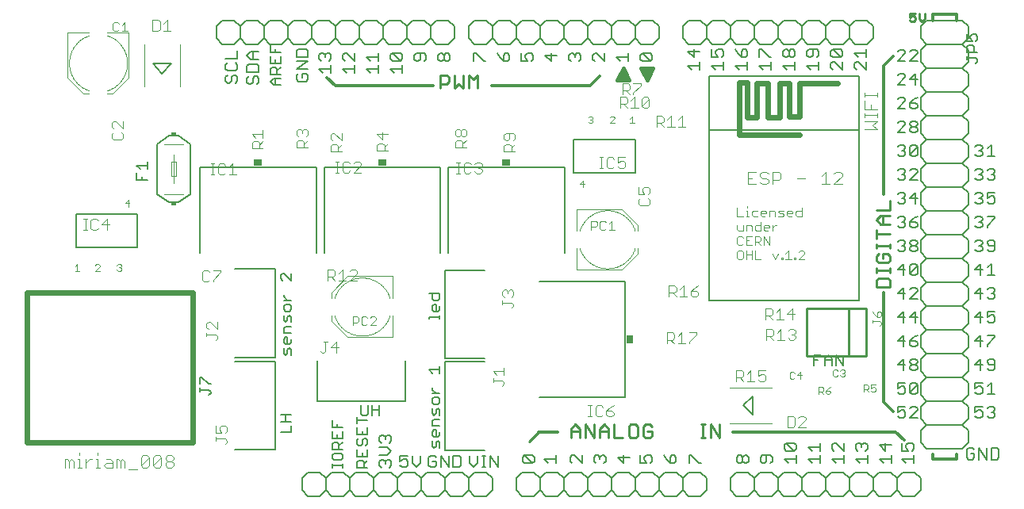
<source format=gto>
G75*
%MOIN*%
%OFA0B0*%
%FSLAX25Y25*%
%IPPOS*%
%LPD*%
%AMOC8*
5,1,8,0,0,1.08239X$1,22.5*
%
%ADD10C,0.01200*%
%ADD11C,0.01000*%
%ADD12C,0.01600*%
%ADD13C,0.00600*%
%ADD14C,0.00700*%
%ADD15C,0.00900*%
%ADD16C,0.00300*%
%ADD17C,0.00400*%
%ADD18C,0.00500*%
%ADD19C,0.00800*%
%ADD20C,0.00200*%
%ADD21R,0.02400X0.01400*%
%ADD22R,0.03400X0.03000*%
%ADD23C,0.02400*%
%ADD24C,0.02362*%
%ADD25R,0.03000X0.03400*%
D10*
X0243670Y0057660D02*
X0251670Y0057660D01*
X0325170Y0057660D02*
X0393670Y0057660D01*
X0397170Y0054160D01*
X0409170Y0048160D02*
X0409170Y0046160D01*
X0419170Y0046160D01*
X0419170Y0048160D01*
X0392670Y0066160D02*
X0388670Y0070160D01*
X0388670Y0116160D01*
X0388670Y0157660D02*
X0388670Y0211660D01*
X0392670Y0215660D01*
X0409170Y0230660D02*
X0409170Y0233160D01*
X0419170Y0233160D01*
X0419170Y0230660D01*
X0269170Y0207160D02*
X0265170Y0203160D01*
X0224123Y0203160D01*
X0199170Y0203160D02*
X0158170Y0203160D01*
X0154670Y0206660D01*
D11*
X0202170Y0207733D02*
X0202170Y0202128D01*
X0202170Y0203996D02*
X0204972Y0203996D01*
X0205906Y0204930D01*
X0205906Y0206799D01*
X0204972Y0207733D01*
X0202170Y0207733D01*
X0208247Y0207733D02*
X0208247Y0202128D01*
X0210115Y0203996D01*
X0211984Y0202128D01*
X0211984Y0207733D01*
X0214324Y0207733D02*
X0216193Y0205865D01*
X0218061Y0207733D01*
X0218061Y0202128D01*
X0214324Y0202128D02*
X0214324Y0207733D01*
X0385565Y0151071D02*
X0391170Y0151071D01*
X0391170Y0154808D01*
X0391170Y0148731D02*
X0387433Y0148731D01*
X0385565Y0146862D01*
X0387433Y0144994D01*
X0391170Y0144994D01*
X0388368Y0144994D02*
X0388368Y0148731D01*
X0385565Y0142653D02*
X0385565Y0138917D01*
X0385565Y0140785D02*
X0391170Y0140785D01*
X0391170Y0136734D02*
X0391170Y0134865D01*
X0391170Y0135799D02*
X0385565Y0135799D01*
X0385565Y0134865D02*
X0385565Y0136734D01*
X0386499Y0132525D02*
X0385565Y0131591D01*
X0385565Y0129722D01*
X0386499Y0128788D01*
X0390236Y0128788D01*
X0391170Y0129722D01*
X0391170Y0131591D01*
X0390236Y0132525D01*
X0388368Y0132525D01*
X0388368Y0130656D01*
X0391170Y0126605D02*
X0391170Y0124737D01*
X0391170Y0125671D02*
X0385565Y0125671D01*
X0385565Y0124737D02*
X0385565Y0126605D01*
X0386499Y0122396D02*
X0385565Y0121462D01*
X0385565Y0118660D01*
X0391170Y0118660D01*
X0391170Y0121462D01*
X0390236Y0122396D01*
X0386499Y0122396D01*
X0381394Y0109478D02*
X0373894Y0109478D01*
X0373894Y0089478D01*
X0356394Y0089478D01*
X0356394Y0109478D01*
X0373894Y0109478D01*
X0381394Y0109478D02*
X0381394Y0089478D01*
X0373894Y0089478D01*
X0319653Y0060764D02*
X0319653Y0055160D01*
X0315916Y0060764D01*
X0315916Y0055160D01*
X0313733Y0055160D02*
X0311865Y0055160D01*
X0312799Y0055160D02*
X0312799Y0060764D01*
X0311865Y0060764D02*
X0313733Y0060764D01*
X0291292Y0059830D02*
X0290358Y0060764D01*
X0288490Y0060764D01*
X0287556Y0059830D01*
X0287556Y0056094D01*
X0288490Y0055160D01*
X0290358Y0055160D01*
X0291292Y0056094D01*
X0291292Y0057962D01*
X0289424Y0057962D01*
X0285215Y0056094D02*
X0285215Y0059830D01*
X0284281Y0060764D01*
X0282413Y0060764D01*
X0281479Y0059830D01*
X0281479Y0056094D01*
X0282413Y0055160D01*
X0284281Y0055160D01*
X0285215Y0056094D01*
X0279138Y0055160D02*
X0275402Y0055160D01*
X0275402Y0060764D01*
X0273061Y0058896D02*
X0273061Y0055160D01*
X0269324Y0055160D02*
X0269324Y0058896D01*
X0271193Y0060764D01*
X0273061Y0058896D01*
X0273061Y0057962D02*
X0269324Y0057962D01*
X0266984Y0055160D02*
X0266984Y0060764D01*
X0263247Y0060764D02*
X0266984Y0055160D01*
X0263247Y0055160D02*
X0263247Y0060764D01*
X0260906Y0058896D02*
X0260906Y0055160D01*
X0257170Y0055160D02*
X0257170Y0058896D01*
X0259038Y0060764D01*
X0260906Y0058896D01*
X0260906Y0057962D02*
X0257170Y0057962D01*
X0243670Y0057660D02*
X0239670Y0053660D01*
D12*
X0276670Y0205660D02*
X0279170Y0208160D01*
X0281670Y0205660D01*
X0279170Y0205660D01*
X0279170Y0208160D01*
X0279170Y0210660D02*
X0276670Y0205660D01*
X0279170Y0205660D01*
X0281670Y0205660D02*
X0279170Y0210660D01*
X0286670Y0210660D02*
X0289170Y0208160D01*
X0289170Y0210660D01*
X0291670Y0210660D01*
X0289170Y0208160D01*
X0289170Y0210660D02*
X0286670Y0210660D01*
X0289170Y0205660D01*
X0291670Y0210660D01*
D13*
X0291670Y0220660D02*
X0286670Y0220660D01*
X0284170Y0223160D01*
X0281670Y0220660D01*
X0276670Y0220660D01*
X0274170Y0223160D01*
X0274170Y0228160D01*
X0276670Y0230660D01*
X0281670Y0230660D01*
X0284170Y0228160D01*
X0286670Y0230660D01*
X0291670Y0230660D01*
X0294170Y0228160D01*
X0294170Y0223160D01*
X0291670Y0220660D01*
X0284170Y0223160D02*
X0284170Y0228160D01*
X0274170Y0228160D02*
X0271670Y0230660D01*
X0266670Y0230660D01*
X0264170Y0228160D01*
X0261670Y0230660D01*
X0256670Y0230660D01*
X0254170Y0228160D01*
X0251670Y0230660D01*
X0246670Y0230660D01*
X0244170Y0228160D01*
X0244170Y0223160D01*
X0246670Y0220660D01*
X0251670Y0220660D01*
X0254170Y0223160D01*
X0254170Y0228160D01*
X0254170Y0223160D02*
X0256670Y0220660D01*
X0261670Y0220660D01*
X0264170Y0223160D01*
X0264170Y0228160D01*
X0264170Y0223160D02*
X0266670Y0220660D01*
X0271670Y0220660D01*
X0274170Y0223160D01*
X0304170Y0223160D02*
X0304170Y0228160D01*
X0306670Y0230660D01*
X0311670Y0230660D01*
X0314170Y0228160D01*
X0316670Y0230660D01*
X0321670Y0230660D01*
X0324170Y0228160D01*
X0326670Y0230660D01*
X0331670Y0230660D01*
X0334170Y0228160D01*
X0336670Y0230660D01*
X0341670Y0230660D01*
X0344170Y0228160D01*
X0346670Y0230660D01*
X0351670Y0230660D01*
X0354170Y0228160D01*
X0356670Y0230660D01*
X0361670Y0230660D01*
X0364170Y0228160D01*
X0366670Y0230660D01*
X0371670Y0230660D01*
X0374170Y0228160D01*
X0376670Y0230660D01*
X0381670Y0230660D01*
X0384170Y0228160D01*
X0384170Y0223160D01*
X0381670Y0220660D01*
X0376670Y0220660D01*
X0374170Y0223160D01*
X0371670Y0220660D01*
X0366670Y0220660D01*
X0364170Y0223160D01*
X0364170Y0228160D01*
X0364170Y0223160D02*
X0361670Y0220660D01*
X0356670Y0220660D01*
X0354170Y0223160D01*
X0351670Y0220660D01*
X0346670Y0220660D01*
X0344170Y0223160D01*
X0341670Y0220660D01*
X0336670Y0220660D01*
X0334170Y0223160D01*
X0334170Y0228160D01*
X0334170Y0223160D02*
X0331670Y0220660D01*
X0326670Y0220660D01*
X0324170Y0223160D01*
X0321670Y0220660D01*
X0316670Y0220660D01*
X0314170Y0223160D01*
X0311670Y0220660D01*
X0306670Y0220660D01*
X0304170Y0223160D01*
X0314170Y0223160D02*
X0314170Y0228160D01*
X0324170Y0228160D02*
X0324170Y0223160D01*
X0344170Y0223160D02*
X0344170Y0228160D01*
X0354170Y0228160D02*
X0354170Y0223160D01*
X0374170Y0223160D02*
X0374170Y0228160D01*
X0404170Y0228160D02*
X0404170Y0223160D01*
X0406670Y0220660D01*
X0421670Y0220660D01*
X0424170Y0218160D01*
X0424170Y0213160D01*
X0421670Y0210660D01*
X0406670Y0210660D01*
X0404170Y0208160D01*
X0404170Y0203160D01*
X0406670Y0200660D01*
X0421670Y0200660D01*
X0424170Y0198160D01*
X0424170Y0193160D01*
X0421670Y0190660D01*
X0406670Y0190660D01*
X0404170Y0188160D01*
X0404170Y0183160D01*
X0406670Y0180660D01*
X0421670Y0180660D01*
X0424170Y0178160D01*
X0424170Y0173160D01*
X0421670Y0170660D01*
X0406670Y0170660D01*
X0404170Y0168160D01*
X0404170Y0163160D01*
X0406670Y0160660D01*
X0421670Y0160660D01*
X0424170Y0158160D01*
X0424170Y0153160D01*
X0421670Y0150660D01*
X0406670Y0150660D01*
X0404170Y0153160D01*
X0404170Y0158160D01*
X0406670Y0160660D01*
X0421670Y0160660D02*
X0424170Y0163160D01*
X0424170Y0168160D01*
X0421670Y0170660D01*
X0406670Y0170660D02*
X0404170Y0173160D01*
X0404170Y0178160D01*
X0406670Y0180660D01*
X0421670Y0180660D02*
X0424170Y0183160D01*
X0424170Y0188160D01*
X0421670Y0190660D01*
X0406670Y0190660D02*
X0404170Y0193160D01*
X0404170Y0198160D01*
X0406670Y0200660D01*
X0421670Y0200660D02*
X0424170Y0203160D01*
X0424170Y0208160D01*
X0421670Y0210660D01*
X0406670Y0210660D02*
X0404170Y0213160D01*
X0404170Y0218160D01*
X0406670Y0220660D01*
X0404170Y0228160D02*
X0406670Y0230660D01*
X0421670Y0230660D01*
X0424170Y0228160D01*
X0424170Y0223160D01*
X0421670Y0220660D01*
X0421670Y0150660D02*
X0424170Y0148160D01*
X0424170Y0143160D01*
X0421670Y0140660D01*
X0406670Y0140660D01*
X0404170Y0143160D01*
X0404170Y0148160D01*
X0406670Y0150660D01*
X0406670Y0140660D02*
X0404170Y0138160D01*
X0404170Y0133160D01*
X0406670Y0130660D01*
X0421670Y0130660D01*
X0424170Y0128160D01*
X0424170Y0123160D01*
X0421670Y0120660D01*
X0406670Y0120660D01*
X0404170Y0123160D01*
X0404170Y0128160D01*
X0406670Y0130660D01*
X0421670Y0130660D02*
X0424170Y0133160D01*
X0424170Y0138160D01*
X0421670Y0140660D01*
X0421670Y0120660D02*
X0424170Y0118160D01*
X0424170Y0113160D01*
X0421670Y0110660D01*
X0406670Y0110660D01*
X0404170Y0113160D01*
X0404170Y0118160D01*
X0406670Y0120660D01*
X0406670Y0110660D02*
X0404170Y0108160D01*
X0404170Y0103160D01*
X0406670Y0100660D01*
X0421670Y0100660D01*
X0424170Y0098160D01*
X0424170Y0093160D01*
X0421670Y0090660D01*
X0406670Y0090660D01*
X0404170Y0093160D01*
X0404170Y0098160D01*
X0406670Y0100660D01*
X0421670Y0100660D02*
X0424170Y0103160D01*
X0424170Y0108160D01*
X0421670Y0110660D01*
X0421670Y0090660D02*
X0424170Y0088160D01*
X0424170Y0083160D01*
X0421670Y0080660D01*
X0406670Y0080660D01*
X0404170Y0083160D01*
X0404170Y0088160D01*
X0406670Y0090660D01*
X0406670Y0080660D02*
X0404170Y0078160D01*
X0404170Y0073160D01*
X0406670Y0070660D01*
X0421670Y0070660D01*
X0424170Y0068160D01*
X0424170Y0063160D01*
X0421670Y0060660D01*
X0406670Y0060660D01*
X0404170Y0063160D01*
X0404170Y0068160D01*
X0406670Y0070660D01*
X0421670Y0070660D02*
X0424170Y0073160D01*
X0424170Y0078160D01*
X0421670Y0080660D01*
X0421670Y0060660D02*
X0424170Y0058160D01*
X0424170Y0053160D01*
X0421670Y0050660D01*
X0406670Y0050660D01*
X0404170Y0053160D01*
X0404170Y0058160D01*
X0406670Y0060660D01*
X0401670Y0040660D02*
X0396670Y0040660D01*
X0394170Y0038160D01*
X0394170Y0033160D01*
X0396670Y0030660D01*
X0401670Y0030660D01*
X0404170Y0033160D01*
X0404170Y0038160D01*
X0401670Y0040660D01*
X0394170Y0038160D02*
X0391670Y0040660D01*
X0386670Y0040660D01*
X0384170Y0038160D01*
X0384170Y0033160D01*
X0386670Y0030660D01*
X0391670Y0030660D01*
X0394170Y0033160D01*
X0384170Y0033160D02*
X0381670Y0030660D01*
X0376670Y0030660D01*
X0374170Y0033160D01*
X0371670Y0030660D01*
X0366670Y0030660D01*
X0364170Y0033160D01*
X0361670Y0030660D01*
X0356670Y0030660D01*
X0354170Y0033160D01*
X0351670Y0030660D01*
X0346670Y0030660D01*
X0344170Y0033160D01*
X0341670Y0030660D01*
X0336670Y0030660D01*
X0334170Y0033160D01*
X0331670Y0030660D01*
X0326670Y0030660D01*
X0324170Y0033160D01*
X0324170Y0038160D01*
X0326670Y0040660D01*
X0331670Y0040660D01*
X0334170Y0038160D01*
X0336670Y0040660D01*
X0341670Y0040660D01*
X0344170Y0038160D01*
X0344170Y0033160D01*
X0344170Y0038160D02*
X0346670Y0040660D01*
X0351670Y0040660D01*
X0354170Y0038160D01*
X0356670Y0040660D01*
X0361670Y0040660D01*
X0364170Y0038160D01*
X0366670Y0040660D01*
X0371670Y0040660D01*
X0374170Y0038160D01*
X0374170Y0033160D01*
X0374170Y0038160D02*
X0376670Y0040660D01*
X0381670Y0040660D01*
X0384170Y0038160D01*
X0364170Y0038160D02*
X0364170Y0033160D01*
X0354170Y0033160D02*
X0354170Y0038160D01*
X0351870Y0044460D02*
X0351870Y0047796D01*
X0351870Y0046128D02*
X0346866Y0046128D01*
X0348534Y0044460D01*
X0347700Y0049616D02*
X0346866Y0050450D01*
X0346866Y0052118D01*
X0347700Y0052952D01*
X0351036Y0049616D01*
X0351870Y0050450D01*
X0351870Y0052118D01*
X0351036Y0052952D01*
X0347700Y0052952D01*
X0347700Y0049616D02*
X0351036Y0049616D01*
X0334170Y0038160D02*
X0334170Y0033160D01*
X0314170Y0033160D02*
X0311670Y0030660D01*
X0306670Y0030660D01*
X0304170Y0033160D01*
X0301670Y0030660D01*
X0296670Y0030660D01*
X0294170Y0033160D01*
X0291670Y0030660D01*
X0286670Y0030660D01*
X0284170Y0033160D01*
X0281670Y0030660D01*
X0276670Y0030660D01*
X0274170Y0033160D01*
X0271670Y0030660D01*
X0266670Y0030660D01*
X0264170Y0033160D01*
X0261670Y0030660D01*
X0256670Y0030660D01*
X0254170Y0033160D01*
X0251670Y0030660D01*
X0246670Y0030660D01*
X0244170Y0033160D01*
X0241670Y0030660D01*
X0236670Y0030660D01*
X0234170Y0033160D01*
X0234170Y0038160D01*
X0236670Y0040660D01*
X0241670Y0040660D01*
X0244170Y0038160D01*
X0246670Y0040660D01*
X0251670Y0040660D01*
X0254170Y0038160D01*
X0254170Y0033160D01*
X0254170Y0038160D02*
X0256670Y0040660D01*
X0261670Y0040660D01*
X0264170Y0038160D01*
X0266670Y0040660D01*
X0271670Y0040660D01*
X0274170Y0038160D01*
X0276670Y0040660D01*
X0281670Y0040660D01*
X0284170Y0038160D01*
X0284170Y0033160D01*
X0284170Y0038160D02*
X0286670Y0040660D01*
X0291670Y0040660D01*
X0294170Y0038160D01*
X0296670Y0040660D01*
X0301670Y0040660D01*
X0304170Y0038160D01*
X0306670Y0040660D01*
X0311670Y0040660D01*
X0314170Y0038160D01*
X0314170Y0033160D01*
X0304170Y0033160D02*
X0304170Y0038160D01*
X0294170Y0038160D02*
X0294170Y0033160D01*
X0274170Y0033160D02*
X0274170Y0038160D01*
X0264170Y0038160D02*
X0264170Y0033160D01*
X0244170Y0033160D02*
X0244170Y0038160D01*
X0224170Y0038160D02*
X0224170Y0033160D01*
X0221670Y0030660D01*
X0216670Y0030660D01*
X0214170Y0033160D01*
X0211670Y0030660D01*
X0206670Y0030660D01*
X0204170Y0033160D01*
X0201670Y0030660D01*
X0196670Y0030660D01*
X0194170Y0033160D01*
X0191670Y0030660D01*
X0186670Y0030660D01*
X0184170Y0033160D01*
X0181670Y0030660D01*
X0176670Y0030660D01*
X0174170Y0033160D01*
X0171670Y0030660D01*
X0166670Y0030660D01*
X0164170Y0033160D01*
X0161670Y0030660D01*
X0156670Y0030660D01*
X0154170Y0033160D01*
X0151670Y0030660D01*
X0146670Y0030660D01*
X0144170Y0033160D01*
X0144170Y0038160D01*
X0146670Y0040660D01*
X0151670Y0040660D01*
X0154170Y0038160D01*
X0156670Y0040660D01*
X0161670Y0040660D01*
X0164170Y0038160D01*
X0164170Y0033160D01*
X0164170Y0038160D02*
X0166670Y0040660D01*
X0171670Y0040660D01*
X0174170Y0038160D01*
X0176670Y0040660D01*
X0181670Y0040660D01*
X0184170Y0038160D01*
X0186670Y0040660D01*
X0191670Y0040660D01*
X0194170Y0038160D01*
X0194170Y0033160D01*
X0194170Y0038160D02*
X0196670Y0040660D01*
X0201670Y0040660D01*
X0204170Y0038160D01*
X0206670Y0040660D01*
X0211670Y0040660D01*
X0214170Y0038160D01*
X0216670Y0040660D01*
X0221670Y0040660D01*
X0224170Y0038160D01*
X0214170Y0038160D02*
X0214170Y0033160D01*
X0204170Y0033160D02*
X0204170Y0038160D01*
X0184170Y0038160D02*
X0184170Y0033160D01*
X0174170Y0033160D02*
X0174170Y0038160D01*
X0171753Y0042708D02*
X0167349Y0042708D01*
X0167349Y0044909D01*
X0168083Y0045643D01*
X0169551Y0045643D01*
X0170285Y0044909D01*
X0170285Y0042708D01*
X0170285Y0044175D02*
X0171753Y0045643D01*
X0171753Y0047311D02*
X0167349Y0047311D01*
X0167349Y0050247D01*
X0168083Y0051915D02*
X0167349Y0052649D01*
X0167349Y0054117D01*
X0168083Y0054851D01*
X0169551Y0054117D02*
X0170285Y0054851D01*
X0171019Y0054851D01*
X0171753Y0054117D01*
X0171753Y0052649D01*
X0171019Y0051915D01*
X0169551Y0052649D02*
X0169551Y0054117D01*
X0169551Y0052649D02*
X0168817Y0051915D01*
X0168083Y0051915D01*
X0169551Y0048779D02*
X0169551Y0047311D01*
X0171753Y0047311D02*
X0171753Y0050247D01*
X0161253Y0050381D02*
X0156849Y0050381D01*
X0156849Y0052583D01*
X0157583Y0053317D01*
X0159051Y0053317D01*
X0159785Y0052583D01*
X0159785Y0050381D01*
X0159785Y0051849D02*
X0161253Y0053317D01*
X0161253Y0054985D02*
X0161253Y0057921D01*
X0161253Y0059589D02*
X0156849Y0059589D01*
X0156849Y0062524D01*
X0159051Y0061057D02*
X0159051Y0059589D01*
X0156849Y0057921D02*
X0156849Y0054985D01*
X0161253Y0054985D01*
X0159051Y0054985D02*
X0159051Y0056453D01*
X0167349Y0056519D02*
X0171753Y0056519D01*
X0171753Y0059455D01*
X0169551Y0057987D02*
X0169551Y0056519D01*
X0167349Y0056519D02*
X0167349Y0059455D01*
X0167349Y0061123D02*
X0167349Y0064059D01*
X0167349Y0062591D02*
X0171753Y0062591D01*
X0171228Y0064602D02*
X0171962Y0065336D01*
X0171962Y0069006D01*
X0173630Y0069006D02*
X0173630Y0064602D01*
X0173630Y0066804D02*
X0176566Y0066804D01*
X0176566Y0069006D02*
X0176566Y0064602D01*
X0171228Y0064602D02*
X0169760Y0064602D01*
X0169026Y0065336D01*
X0169026Y0069006D01*
X0197595Y0083831D02*
X0201999Y0083831D01*
X0201999Y0082363D02*
X0201999Y0085299D01*
X0199063Y0082363D02*
X0197595Y0083831D01*
X0199063Y0076125D02*
X0199063Y0075391D01*
X0200531Y0073923D01*
X0201999Y0073923D02*
X0199063Y0073923D01*
X0199797Y0072255D02*
X0199063Y0071521D01*
X0199063Y0070053D01*
X0199797Y0069319D01*
X0201265Y0069319D01*
X0201999Y0070053D01*
X0201999Y0071521D01*
X0201265Y0072255D01*
X0199797Y0072255D01*
X0199063Y0067651D02*
X0199063Y0065449D01*
X0199797Y0064715D01*
X0200531Y0065449D01*
X0200531Y0066917D01*
X0201265Y0067651D01*
X0201999Y0066917D01*
X0201999Y0064715D01*
X0201999Y0063047D02*
X0199797Y0063047D01*
X0199063Y0062313D01*
X0199063Y0060111D01*
X0201999Y0060111D01*
X0200531Y0058443D02*
X0200531Y0055507D01*
X0199797Y0055507D02*
X0199063Y0056241D01*
X0199063Y0057709D01*
X0199797Y0058443D01*
X0200531Y0058443D01*
X0201999Y0057709D02*
X0201999Y0056241D01*
X0201265Y0055507D01*
X0199797Y0055507D01*
X0199063Y0053839D02*
X0199063Y0051637D01*
X0199797Y0050903D01*
X0200531Y0051637D01*
X0200531Y0053105D01*
X0201265Y0053839D01*
X0201999Y0053105D01*
X0201999Y0050903D01*
X0161253Y0047979D02*
X0160519Y0048713D01*
X0157583Y0048713D01*
X0156849Y0047979D01*
X0156849Y0046511D01*
X0157583Y0045777D01*
X0160519Y0045777D01*
X0161253Y0046511D01*
X0161253Y0047979D01*
X0161253Y0044175D02*
X0161253Y0042708D01*
X0161253Y0043442D02*
X0156849Y0043442D01*
X0156849Y0044175D02*
X0156849Y0042708D01*
X0154170Y0038160D02*
X0154170Y0033160D01*
X0139599Y0057471D02*
X0135195Y0057471D01*
X0139599Y0057471D02*
X0139599Y0060407D01*
X0139599Y0062075D02*
X0135195Y0062075D01*
X0137397Y0062075D02*
X0137397Y0065011D01*
X0135195Y0065011D02*
X0139599Y0065011D01*
X0105810Y0073932D02*
X0105810Y0074666D01*
X0105075Y0075400D01*
X0101403Y0075400D01*
X0101403Y0074666D02*
X0101403Y0076135D01*
X0101403Y0077804D02*
X0101403Y0080741D01*
X0102138Y0080741D01*
X0105075Y0077804D01*
X0105810Y0077804D01*
X0105810Y0073932D02*
X0105075Y0073197D01*
X0136663Y0090686D02*
X0136663Y0092887D01*
X0138131Y0092154D02*
X0138131Y0090686D01*
X0137397Y0089952D01*
X0136663Y0090686D01*
X0138131Y0092154D02*
X0138865Y0092887D01*
X0139599Y0092154D01*
X0139599Y0089952D01*
X0138865Y0094556D02*
X0137397Y0094556D01*
X0136663Y0095290D01*
X0136663Y0096757D01*
X0137397Y0097491D01*
X0138131Y0097491D01*
X0138131Y0094556D01*
X0138865Y0094556D02*
X0139599Y0095290D01*
X0139599Y0096757D01*
X0139599Y0099159D02*
X0136663Y0099159D01*
X0136663Y0101361D01*
X0137397Y0102095D01*
X0139599Y0102095D01*
X0139599Y0103763D02*
X0139599Y0105965D01*
X0138865Y0106699D01*
X0138131Y0105965D01*
X0138131Y0104497D01*
X0137397Y0103763D01*
X0136663Y0104497D01*
X0136663Y0106699D01*
X0137397Y0108367D02*
X0136663Y0109101D01*
X0136663Y0110569D01*
X0137397Y0111303D01*
X0138865Y0111303D01*
X0139599Y0110569D01*
X0139599Y0109101D01*
X0138865Y0108367D01*
X0137397Y0108367D01*
X0136663Y0112971D02*
X0139599Y0112971D01*
X0138131Y0112971D02*
X0136663Y0114439D01*
X0136663Y0115173D01*
X0135929Y0121412D02*
X0135195Y0122146D01*
X0135195Y0123614D01*
X0135929Y0124348D01*
X0136663Y0124348D01*
X0139599Y0121412D01*
X0139599Y0124348D01*
X0097351Y0157679D02*
X0092351Y0154179D01*
X0088351Y0154179D01*
X0083351Y0157679D01*
X0083351Y0178679D01*
X0088351Y0182179D01*
X0092351Y0182179D01*
X0097351Y0178679D01*
X0097351Y0157679D01*
X0112913Y0204400D02*
X0113747Y0204400D01*
X0114581Y0205234D01*
X0114581Y0206902D01*
X0115415Y0207736D01*
X0116249Y0207736D01*
X0117083Y0206902D01*
X0117083Y0205234D01*
X0116249Y0204400D01*
X0112913Y0204400D02*
X0112079Y0205234D01*
X0112079Y0206902D01*
X0112913Y0207736D01*
X0112913Y0209556D02*
X0116249Y0209556D01*
X0117083Y0210390D01*
X0117083Y0212058D01*
X0116249Y0212892D01*
X0117083Y0214712D02*
X0112079Y0214712D01*
X0112913Y0212892D02*
X0112079Y0212058D01*
X0112079Y0210390D01*
X0112913Y0209556D01*
X0121111Y0209056D02*
X0121111Y0211558D01*
X0121945Y0212392D01*
X0125281Y0212392D01*
X0126115Y0211558D01*
X0126115Y0209056D01*
X0121111Y0209056D01*
X0121945Y0207236D02*
X0121111Y0206402D01*
X0121111Y0204734D01*
X0121945Y0203900D01*
X0122779Y0203900D01*
X0123613Y0204734D01*
X0123613Y0206402D01*
X0124447Y0207236D01*
X0125281Y0207236D01*
X0126115Y0206402D01*
X0126115Y0204734D01*
X0125281Y0203900D01*
X0130865Y0204919D02*
X0132333Y0206387D01*
X0135268Y0206387D01*
X0135268Y0208055D02*
X0130865Y0208055D01*
X0130865Y0210257D01*
X0131599Y0210991D01*
X0133066Y0210991D01*
X0133800Y0210257D01*
X0133800Y0208055D01*
X0133800Y0209523D02*
X0135268Y0210991D01*
X0135268Y0212659D02*
X0130865Y0212659D01*
X0130865Y0215595D01*
X0130865Y0217263D02*
X0130865Y0220198D01*
X0130670Y0220660D02*
X0128170Y0223160D01*
X0125670Y0220660D01*
X0120670Y0220660D01*
X0118170Y0223160D01*
X0115670Y0220660D01*
X0110670Y0220660D01*
X0108170Y0223160D01*
X0108170Y0228160D01*
X0110670Y0230660D01*
X0115670Y0230660D01*
X0118170Y0228160D01*
X0120670Y0230660D01*
X0125670Y0230660D01*
X0128170Y0228160D01*
X0128170Y0223160D01*
X0130670Y0220660D02*
X0135670Y0220660D01*
X0138170Y0223160D01*
X0140670Y0220660D01*
X0145670Y0220660D01*
X0148170Y0223160D01*
X0150670Y0220660D01*
X0155670Y0220660D01*
X0158170Y0223160D01*
X0158170Y0228160D01*
X0155670Y0230660D01*
X0150670Y0230660D01*
X0148170Y0228160D01*
X0148170Y0223160D01*
X0148170Y0228160D02*
X0145670Y0230660D01*
X0140670Y0230660D01*
X0138170Y0228160D01*
X0138170Y0223160D01*
X0138170Y0228160D02*
X0135670Y0230660D01*
X0130670Y0230660D01*
X0128170Y0228160D01*
X0118170Y0228160D02*
X0118170Y0223160D01*
X0117083Y0218049D02*
X0117083Y0214712D01*
X0121111Y0215881D02*
X0122779Y0214212D01*
X0126115Y0214212D01*
X0123613Y0214212D02*
X0123613Y0217549D01*
X0122779Y0217549D02*
X0126115Y0217549D01*
X0122779Y0217549D02*
X0121111Y0215881D01*
X0130865Y0217263D02*
X0135268Y0217263D01*
X0135268Y0215595D02*
X0135268Y0212659D01*
X0133066Y0212659D02*
X0133066Y0214127D01*
X0133066Y0217263D02*
X0133066Y0218731D01*
X0133066Y0206387D02*
X0133066Y0203451D01*
X0132333Y0203451D02*
X0135268Y0203451D01*
X0132333Y0203451D02*
X0130865Y0204919D01*
X0158170Y0223160D02*
X0160670Y0220660D01*
X0165670Y0220660D01*
X0168170Y0223160D01*
X0170670Y0220660D01*
X0175670Y0220660D01*
X0178170Y0223160D01*
X0180670Y0220660D01*
X0185670Y0220660D01*
X0188170Y0223160D01*
X0188170Y0228160D01*
X0185670Y0230660D01*
X0180670Y0230660D01*
X0178170Y0228160D01*
X0178170Y0223160D01*
X0178170Y0228160D02*
X0175670Y0230660D01*
X0170670Y0230660D01*
X0168170Y0228160D01*
X0168170Y0223160D01*
X0168170Y0228160D02*
X0165670Y0230660D01*
X0160670Y0230660D01*
X0158170Y0228160D01*
X0188170Y0228160D02*
X0190670Y0230660D01*
X0195670Y0230660D01*
X0198170Y0228160D01*
X0200670Y0230660D01*
X0205670Y0230660D01*
X0208170Y0228160D01*
X0208170Y0223160D01*
X0205670Y0220660D01*
X0200670Y0220660D01*
X0198170Y0223160D01*
X0195670Y0220660D01*
X0190670Y0220660D01*
X0188170Y0223160D01*
X0198170Y0223160D02*
X0198170Y0228160D01*
X0214170Y0228160D02*
X0214170Y0223160D01*
X0216670Y0220660D01*
X0221670Y0220660D01*
X0224170Y0223160D01*
X0224170Y0228160D01*
X0221670Y0230660D01*
X0216670Y0230660D01*
X0214170Y0228160D01*
X0224170Y0228160D02*
X0226670Y0230660D01*
X0231670Y0230660D01*
X0234170Y0228160D01*
X0236670Y0230660D01*
X0241670Y0230660D01*
X0244170Y0228160D01*
X0244170Y0223160D02*
X0241670Y0220660D01*
X0236670Y0220660D01*
X0234170Y0223160D01*
X0231670Y0220660D01*
X0226670Y0220660D01*
X0224170Y0223160D01*
X0234170Y0223160D02*
X0234170Y0228160D01*
X0201999Y0115811D02*
X0197595Y0115811D01*
X0199063Y0115811D02*
X0199063Y0113609D01*
X0199797Y0112875D01*
X0201265Y0112875D01*
X0201999Y0113609D01*
X0201999Y0115811D01*
X0200531Y0111207D02*
X0200531Y0108271D01*
X0199797Y0108271D02*
X0199063Y0109005D01*
X0199063Y0110473D01*
X0199797Y0111207D01*
X0200531Y0111207D01*
X0201999Y0110473D02*
X0201999Y0109005D01*
X0201265Y0108271D01*
X0199797Y0108271D01*
X0201999Y0106670D02*
X0201999Y0105202D01*
X0201999Y0105936D02*
X0197595Y0105936D01*
X0197595Y0105202D01*
X0359368Y0090067D02*
X0359368Y0085663D01*
X0359368Y0087865D02*
X0360835Y0087865D01*
X0359368Y0090067D02*
X0362303Y0090067D01*
X0363972Y0088599D02*
X0365439Y0090067D01*
X0366907Y0088599D01*
X0366907Y0085663D01*
X0368575Y0085663D02*
X0368575Y0090067D01*
X0371511Y0085663D01*
X0371511Y0090067D01*
X0366907Y0087865D02*
X0363972Y0087865D01*
X0363972Y0088599D02*
X0363972Y0085663D01*
D14*
X0394520Y0085962D02*
X0397789Y0085962D01*
X0399676Y0086779D02*
X0399676Y0087596D01*
X0400494Y0088414D01*
X0402128Y0088414D01*
X0402946Y0087596D01*
X0402946Y0086779D01*
X0402128Y0085962D01*
X0400494Y0085962D01*
X0399676Y0086779D01*
X0400494Y0085962D02*
X0399676Y0085144D01*
X0399676Y0084327D01*
X0400494Y0083510D01*
X0402128Y0083510D01*
X0402946Y0084327D01*
X0402946Y0085144D01*
X0402128Y0085962D01*
X0396972Y0083510D02*
X0396972Y0088414D01*
X0394520Y0085962D01*
X0394520Y0078414D02*
X0394520Y0075962D01*
X0396155Y0076779D01*
X0396972Y0076779D01*
X0397789Y0075962D01*
X0397789Y0074327D01*
X0396972Y0073510D01*
X0395337Y0073510D01*
X0394520Y0074327D01*
X0399676Y0074327D02*
X0402946Y0077596D01*
X0402946Y0074327D01*
X0402128Y0073510D01*
X0400494Y0073510D01*
X0399676Y0074327D01*
X0399676Y0077596D01*
X0400494Y0078414D01*
X0402128Y0078414D01*
X0402946Y0077596D01*
X0397789Y0078414D02*
X0394520Y0078414D01*
X0394520Y0068414D02*
X0394520Y0065962D01*
X0396155Y0066779D01*
X0396972Y0066779D01*
X0397789Y0065962D01*
X0397789Y0064327D01*
X0396972Y0063510D01*
X0395337Y0063510D01*
X0394520Y0064327D01*
X0399676Y0063510D02*
X0402946Y0066779D01*
X0402946Y0067596D01*
X0402128Y0068414D01*
X0400494Y0068414D01*
X0399676Y0067596D01*
X0397789Y0068414D02*
X0394520Y0068414D01*
X0399676Y0063510D02*
X0402946Y0063510D01*
X0400503Y0052935D02*
X0401320Y0052118D01*
X0401320Y0050483D01*
X0400503Y0049666D01*
X0398868Y0049666D02*
X0398050Y0051301D01*
X0398050Y0052118D01*
X0398868Y0052935D01*
X0400503Y0052935D01*
X0398868Y0049666D02*
X0396416Y0049666D01*
X0396416Y0052935D01*
X0391820Y0052118D02*
X0386916Y0052118D01*
X0389368Y0049666D01*
X0389368Y0052935D01*
X0391820Y0047779D02*
X0391820Y0044510D01*
X0391820Y0046144D02*
X0386916Y0046144D01*
X0388550Y0044510D01*
X0381820Y0044510D02*
X0381820Y0047779D01*
X0381820Y0046144D02*
X0376916Y0046144D01*
X0378550Y0044510D01*
X0371820Y0044510D02*
X0371820Y0047779D01*
X0371820Y0046144D02*
X0366916Y0046144D01*
X0368550Y0044510D01*
X0367733Y0049666D02*
X0366916Y0050483D01*
X0366916Y0052118D01*
X0367733Y0052935D01*
X0368550Y0052935D01*
X0371820Y0049666D01*
X0371820Y0052935D01*
X0376916Y0052118D02*
X0376916Y0050483D01*
X0377733Y0049666D01*
X0379368Y0051301D02*
X0379368Y0052118D01*
X0380185Y0052935D01*
X0381003Y0052935D01*
X0381820Y0052118D01*
X0381820Y0050483D01*
X0381003Y0049666D01*
X0379368Y0052118D02*
X0378550Y0052935D01*
X0377733Y0052935D01*
X0376916Y0052118D01*
X0361820Y0052935D02*
X0361820Y0049666D01*
X0361820Y0051301D02*
X0356916Y0051301D01*
X0358550Y0049666D01*
X0361820Y0047779D02*
X0361820Y0044510D01*
X0361820Y0046144D02*
X0356916Y0046144D01*
X0358550Y0044510D01*
X0341820Y0045327D02*
X0341820Y0046962D01*
X0341003Y0047779D01*
X0337733Y0047779D01*
X0336916Y0046962D01*
X0336916Y0045327D01*
X0337733Y0044510D01*
X0338550Y0044510D01*
X0339368Y0045327D01*
X0339368Y0047779D01*
X0341820Y0045327D02*
X0341003Y0044510D01*
X0331820Y0045327D02*
X0331003Y0044510D01*
X0330185Y0044510D01*
X0329368Y0045327D01*
X0329368Y0046962D01*
X0330185Y0047779D01*
X0331003Y0047779D01*
X0331820Y0046962D01*
X0331820Y0045327D01*
X0329368Y0045327D02*
X0328550Y0044510D01*
X0327733Y0044510D01*
X0326916Y0045327D01*
X0326916Y0046962D01*
X0327733Y0047779D01*
X0328550Y0047779D01*
X0329368Y0046962D01*
X0311820Y0044510D02*
X0311003Y0044510D01*
X0307733Y0047779D01*
X0306916Y0047779D01*
X0306916Y0044510D01*
X0301320Y0045327D02*
X0301320Y0046962D01*
X0300503Y0047779D01*
X0299685Y0047779D01*
X0298868Y0046962D01*
X0298868Y0044510D01*
X0300503Y0044510D01*
X0301320Y0045327D01*
X0298868Y0044510D02*
X0297233Y0046144D01*
X0296416Y0047779D01*
X0291320Y0046962D02*
X0291320Y0045327D01*
X0290503Y0044510D01*
X0288868Y0044510D02*
X0288050Y0046144D01*
X0288050Y0046962D01*
X0288868Y0047779D01*
X0290503Y0047779D01*
X0291320Y0046962D01*
X0288868Y0044510D02*
X0286416Y0044510D01*
X0286416Y0047779D01*
X0281820Y0046962D02*
X0276916Y0046962D01*
X0279368Y0044510D01*
X0279368Y0047779D01*
X0271820Y0046962D02*
X0271820Y0045327D01*
X0271003Y0044510D01*
X0269368Y0046144D02*
X0269368Y0046962D01*
X0270185Y0047779D01*
X0271003Y0047779D01*
X0271820Y0046962D01*
X0269368Y0046962D02*
X0268550Y0047779D01*
X0267733Y0047779D01*
X0266916Y0046962D01*
X0266916Y0045327D01*
X0267733Y0044510D01*
X0261820Y0044510D02*
X0261820Y0047779D01*
X0261820Y0044510D02*
X0258550Y0047779D01*
X0257733Y0047779D01*
X0256916Y0046962D01*
X0256916Y0045327D01*
X0257733Y0044510D01*
X0250820Y0044510D02*
X0250820Y0047779D01*
X0250820Y0046144D02*
X0245916Y0046144D01*
X0247550Y0044510D01*
X0241820Y0045327D02*
X0241003Y0044510D01*
X0237733Y0047779D01*
X0241003Y0047779D01*
X0241820Y0046962D01*
X0241820Y0045327D01*
X0241003Y0044510D02*
X0237733Y0044510D01*
X0236916Y0045327D01*
X0236916Y0046962D01*
X0237733Y0047779D01*
X0226531Y0047731D02*
X0226531Y0042827D01*
X0223262Y0047731D01*
X0223262Y0042827D01*
X0221459Y0042827D02*
X0219824Y0042827D01*
X0220642Y0042827D02*
X0220642Y0047731D01*
X0221459Y0047731D02*
X0219824Y0047731D01*
X0217937Y0047731D02*
X0217937Y0044462D01*
X0216303Y0042827D01*
X0214668Y0044462D01*
X0214668Y0047731D01*
X0211050Y0046914D02*
X0211050Y0043644D01*
X0210233Y0042827D01*
X0207781Y0042827D01*
X0207781Y0047731D01*
X0210233Y0047731D01*
X0211050Y0046914D01*
X0205894Y0047731D02*
X0205894Y0042827D01*
X0202624Y0047731D01*
X0202624Y0042827D01*
X0200737Y0043644D02*
X0199920Y0042827D01*
X0198285Y0042827D01*
X0197468Y0043644D01*
X0197468Y0046914D01*
X0198285Y0047731D01*
X0199920Y0047731D01*
X0200737Y0046914D01*
X0200737Y0045279D02*
X0199103Y0045279D01*
X0200737Y0045279D02*
X0200737Y0043644D01*
X0193894Y0044462D02*
X0192259Y0042827D01*
X0190624Y0044462D01*
X0190624Y0047731D01*
X0188737Y0047731D02*
X0185468Y0047731D01*
X0185468Y0045279D01*
X0187103Y0046096D01*
X0187920Y0046096D01*
X0188737Y0045279D01*
X0188737Y0043644D01*
X0187920Y0042827D01*
X0186285Y0042827D01*
X0185468Y0043644D01*
X0181703Y0043575D02*
X0180885Y0042758D01*
X0181703Y0043575D02*
X0181703Y0045210D01*
X0180885Y0046027D01*
X0180068Y0046027D01*
X0179251Y0045210D01*
X0179251Y0044392D01*
X0179251Y0045210D02*
X0178433Y0046027D01*
X0177616Y0046027D01*
X0176798Y0045210D01*
X0176798Y0043575D01*
X0177616Y0042758D01*
X0176798Y0047914D02*
X0180068Y0047914D01*
X0181703Y0049549D01*
X0180068Y0051183D01*
X0176798Y0051183D01*
X0177616Y0053070D02*
X0176798Y0053888D01*
X0176798Y0055522D01*
X0177616Y0056340D01*
X0178433Y0056340D01*
X0179251Y0055522D01*
X0180068Y0056340D01*
X0180885Y0056340D01*
X0181703Y0055522D01*
X0181703Y0053888D01*
X0180885Y0053070D01*
X0179251Y0054705D02*
X0179251Y0055522D01*
X0193894Y0047731D02*
X0193894Y0044462D01*
X0396416Y0046144D02*
X0401320Y0046144D01*
X0401320Y0044510D02*
X0401320Y0047779D01*
X0398050Y0044510D02*
X0396416Y0046144D01*
X0423520Y0046827D02*
X0424337Y0046010D01*
X0425972Y0046010D01*
X0426789Y0046827D01*
X0426789Y0048462D01*
X0425155Y0048462D01*
X0426789Y0050096D02*
X0425972Y0050914D01*
X0424337Y0050914D01*
X0423520Y0050096D01*
X0423520Y0046827D01*
X0428676Y0046010D02*
X0428676Y0050914D01*
X0431946Y0046010D01*
X0431946Y0050914D01*
X0433833Y0050914D02*
X0436285Y0050914D01*
X0437102Y0050096D01*
X0437102Y0046827D01*
X0436285Y0046010D01*
X0433833Y0046010D01*
X0433833Y0050914D01*
X0434628Y0063510D02*
X0432994Y0063510D01*
X0432176Y0064327D01*
X0430289Y0064327D02*
X0429472Y0063510D01*
X0427837Y0063510D01*
X0427020Y0064327D01*
X0427020Y0065962D02*
X0428655Y0066779D01*
X0429472Y0066779D01*
X0430289Y0065962D01*
X0430289Y0064327D01*
X0427020Y0065962D02*
X0427020Y0068414D01*
X0430289Y0068414D01*
X0432176Y0067596D02*
X0432994Y0068414D01*
X0434628Y0068414D01*
X0435446Y0067596D01*
X0435446Y0066779D01*
X0434628Y0065962D01*
X0435446Y0065144D01*
X0435446Y0064327D01*
X0434628Y0063510D01*
X0434628Y0065962D02*
X0433811Y0065962D01*
X0433811Y0073510D02*
X0433811Y0078414D01*
X0432176Y0076779D01*
X0430289Y0075962D02*
X0430289Y0074327D01*
X0429472Y0073510D01*
X0427837Y0073510D01*
X0427020Y0074327D01*
X0427020Y0075962D02*
X0428655Y0076779D01*
X0429472Y0076779D01*
X0430289Y0075962D01*
X0430289Y0078414D02*
X0427020Y0078414D01*
X0427020Y0075962D01*
X0432176Y0073510D02*
X0435446Y0073510D01*
X0434628Y0083510D02*
X0435446Y0084327D01*
X0435446Y0087596D01*
X0434628Y0088414D01*
X0432994Y0088414D01*
X0432176Y0087596D01*
X0432176Y0086779D01*
X0432994Y0085962D01*
X0435446Y0085962D01*
X0434628Y0083510D02*
X0432994Y0083510D01*
X0432176Y0084327D01*
X0430289Y0085962D02*
X0427020Y0085962D01*
X0429472Y0088414D01*
X0429472Y0083510D01*
X0429472Y0093510D02*
X0429472Y0098414D01*
X0427020Y0095962D01*
X0430289Y0095962D01*
X0432176Y0094327D02*
X0432176Y0093510D01*
X0432176Y0094327D02*
X0435446Y0097596D01*
X0435446Y0098414D01*
X0432176Y0098414D01*
X0432994Y0103510D02*
X0432176Y0104327D01*
X0432994Y0103510D02*
X0434628Y0103510D01*
X0435446Y0104327D01*
X0435446Y0105962D01*
X0434628Y0106779D01*
X0433811Y0106779D01*
X0432176Y0105962D01*
X0432176Y0108414D01*
X0435446Y0108414D01*
X0430289Y0105962D02*
X0427020Y0105962D01*
X0429472Y0108414D01*
X0429472Y0103510D01*
X0429472Y0113510D02*
X0429472Y0118414D01*
X0427020Y0115962D01*
X0430289Y0115962D01*
X0432176Y0117596D02*
X0432994Y0118414D01*
X0434628Y0118414D01*
X0435446Y0117596D01*
X0435446Y0116779D01*
X0434628Y0115962D01*
X0435446Y0115144D01*
X0435446Y0114327D01*
X0434628Y0113510D01*
X0432994Y0113510D01*
X0432176Y0114327D01*
X0433811Y0115962D02*
X0434628Y0115962D01*
X0433811Y0123510D02*
X0433811Y0128414D01*
X0432176Y0126779D01*
X0430289Y0125962D02*
X0427020Y0125962D01*
X0429472Y0128414D01*
X0429472Y0123510D01*
X0432176Y0123510D02*
X0435446Y0123510D01*
X0434628Y0133510D02*
X0435446Y0134327D01*
X0435446Y0137596D01*
X0434628Y0138414D01*
X0432994Y0138414D01*
X0432176Y0137596D01*
X0432176Y0136779D01*
X0432994Y0135962D01*
X0435446Y0135962D01*
X0434628Y0133510D02*
X0432994Y0133510D01*
X0432176Y0134327D01*
X0430289Y0134327D02*
X0429472Y0133510D01*
X0427837Y0133510D01*
X0427020Y0134327D01*
X0428655Y0135962D02*
X0429472Y0135962D01*
X0430289Y0135144D01*
X0430289Y0134327D01*
X0429472Y0135962D02*
X0430289Y0136779D01*
X0430289Y0137596D01*
X0429472Y0138414D01*
X0427837Y0138414D01*
X0427020Y0137596D01*
X0427837Y0143510D02*
X0427020Y0144327D01*
X0427837Y0143510D02*
X0429472Y0143510D01*
X0430289Y0144327D01*
X0430289Y0145144D01*
X0429472Y0145962D01*
X0428655Y0145962D01*
X0429472Y0145962D02*
X0430289Y0146779D01*
X0430289Y0147596D01*
X0429472Y0148414D01*
X0427837Y0148414D01*
X0427020Y0147596D01*
X0432176Y0148414D02*
X0435446Y0148414D01*
X0435446Y0147596D01*
X0432176Y0144327D01*
X0432176Y0143510D01*
X0432994Y0153510D02*
X0432176Y0154327D01*
X0432994Y0153510D02*
X0434628Y0153510D01*
X0435446Y0154327D01*
X0435446Y0155962D01*
X0434628Y0156779D01*
X0433811Y0156779D01*
X0432176Y0155962D01*
X0432176Y0158414D01*
X0435446Y0158414D01*
X0430289Y0157596D02*
X0430289Y0156779D01*
X0429472Y0155962D01*
X0430289Y0155144D01*
X0430289Y0154327D01*
X0429472Y0153510D01*
X0427837Y0153510D01*
X0427020Y0154327D01*
X0428655Y0155962D02*
X0429472Y0155962D01*
X0430289Y0157596D02*
X0429472Y0158414D01*
X0427837Y0158414D01*
X0427020Y0157596D01*
X0427837Y0163510D02*
X0427020Y0164327D01*
X0427837Y0163510D02*
X0429472Y0163510D01*
X0430289Y0164327D01*
X0430289Y0165144D01*
X0429472Y0165962D01*
X0428655Y0165962D01*
X0429472Y0165962D02*
X0430289Y0166779D01*
X0430289Y0167596D01*
X0429472Y0168414D01*
X0427837Y0168414D01*
X0427020Y0167596D01*
X0432176Y0167596D02*
X0432994Y0168414D01*
X0434628Y0168414D01*
X0435446Y0167596D01*
X0435446Y0166779D01*
X0434628Y0165962D01*
X0435446Y0165144D01*
X0435446Y0164327D01*
X0434628Y0163510D01*
X0432994Y0163510D01*
X0432176Y0164327D01*
X0433811Y0165962D02*
X0434628Y0165962D01*
X0433811Y0173510D02*
X0433811Y0178414D01*
X0432176Y0176779D01*
X0430289Y0176779D02*
X0429472Y0175962D01*
X0430289Y0175144D01*
X0430289Y0174327D01*
X0429472Y0173510D01*
X0427837Y0173510D01*
X0427020Y0174327D01*
X0428655Y0175962D02*
X0429472Y0175962D01*
X0430289Y0176779D02*
X0430289Y0177596D01*
X0429472Y0178414D01*
X0427837Y0178414D01*
X0427020Y0177596D01*
X0432176Y0173510D02*
X0435446Y0173510D01*
X0402946Y0174327D02*
X0402128Y0173510D01*
X0400494Y0173510D01*
X0399676Y0174327D01*
X0402946Y0177596D01*
X0402946Y0174327D01*
X0402946Y0177596D02*
X0402128Y0178414D01*
X0400494Y0178414D01*
X0399676Y0177596D01*
X0399676Y0174327D01*
X0397789Y0174327D02*
X0396972Y0173510D01*
X0395337Y0173510D01*
X0394520Y0174327D01*
X0396155Y0175962D02*
X0396972Y0175962D01*
X0397789Y0175144D01*
X0397789Y0174327D01*
X0396972Y0175962D02*
X0397789Y0176779D01*
X0397789Y0177596D01*
X0396972Y0178414D01*
X0395337Y0178414D01*
X0394520Y0177596D01*
X0394520Y0183510D02*
X0397789Y0186779D01*
X0397789Y0187596D01*
X0396972Y0188414D01*
X0395337Y0188414D01*
X0394520Y0187596D01*
X0394520Y0183510D02*
X0397789Y0183510D01*
X0399676Y0184327D02*
X0399676Y0185144D01*
X0400494Y0185962D01*
X0402128Y0185962D01*
X0402946Y0185144D01*
X0402946Y0184327D01*
X0402128Y0183510D01*
X0400494Y0183510D01*
X0399676Y0184327D01*
X0400494Y0185962D02*
X0399676Y0186779D01*
X0399676Y0187596D01*
X0400494Y0188414D01*
X0402128Y0188414D01*
X0402946Y0187596D01*
X0402946Y0186779D01*
X0402128Y0185962D01*
X0402128Y0193510D02*
X0400494Y0193510D01*
X0399676Y0194327D01*
X0399676Y0195962D01*
X0402128Y0195962D01*
X0402946Y0195144D01*
X0402946Y0194327D01*
X0402128Y0193510D01*
X0399676Y0195962D02*
X0401311Y0197596D01*
X0402946Y0198414D01*
X0397789Y0197596D02*
X0396972Y0198414D01*
X0395337Y0198414D01*
X0394520Y0197596D01*
X0397789Y0197596D02*
X0397789Y0196779D01*
X0394520Y0193510D01*
X0397789Y0193510D01*
X0397789Y0203510D02*
X0394520Y0203510D01*
X0397789Y0206779D01*
X0397789Y0207596D01*
X0396972Y0208414D01*
X0395337Y0208414D01*
X0394520Y0207596D01*
X0399676Y0205962D02*
X0402946Y0205962D01*
X0402128Y0203510D02*
X0402128Y0208414D01*
X0399676Y0205962D01*
X0399676Y0213510D02*
X0402946Y0216779D01*
X0402946Y0217596D01*
X0402128Y0218414D01*
X0400494Y0218414D01*
X0399676Y0217596D01*
X0397789Y0217596D02*
X0396972Y0218414D01*
X0395337Y0218414D01*
X0394520Y0217596D01*
X0397789Y0217596D02*
X0397789Y0216779D01*
X0394520Y0213510D01*
X0397789Y0213510D01*
X0399676Y0213510D02*
X0402946Y0213510D01*
X0381320Y0213279D02*
X0381320Y0210010D01*
X0378050Y0213279D01*
X0377233Y0213279D01*
X0376416Y0212462D01*
X0376416Y0210827D01*
X0377233Y0210010D01*
X0371320Y0210010D02*
X0371320Y0213279D01*
X0370503Y0215166D02*
X0367233Y0218435D01*
X0370503Y0218435D01*
X0371320Y0217618D01*
X0371320Y0215983D01*
X0370503Y0215166D01*
X0367233Y0215166D01*
X0366416Y0215983D01*
X0366416Y0217618D01*
X0367233Y0218435D01*
X0367233Y0213279D02*
X0366416Y0212462D01*
X0366416Y0210827D01*
X0367233Y0210010D01*
X0367233Y0213279D02*
X0368050Y0213279D01*
X0371320Y0210010D01*
X0378050Y0215166D02*
X0376416Y0216801D01*
X0381320Y0216801D01*
X0381320Y0218435D02*
X0381320Y0215166D01*
X0361320Y0215983D02*
X0361320Y0217618D01*
X0360503Y0218435D01*
X0357233Y0218435D01*
X0356416Y0217618D01*
X0356416Y0215983D01*
X0357233Y0215166D01*
X0358050Y0215166D01*
X0358868Y0215983D01*
X0358868Y0218435D01*
X0361320Y0215983D02*
X0360503Y0215166D01*
X0361320Y0213279D02*
X0361320Y0210010D01*
X0361320Y0211644D02*
X0356416Y0211644D01*
X0358050Y0210010D01*
X0351320Y0210010D02*
X0351320Y0213279D01*
X0351320Y0211644D02*
X0346416Y0211644D01*
X0348050Y0210010D01*
X0341320Y0210010D02*
X0341320Y0213279D01*
X0341320Y0211644D02*
X0336416Y0211644D01*
X0338050Y0210010D01*
X0336416Y0215166D02*
X0336416Y0218435D01*
X0337233Y0218435D01*
X0340503Y0215166D01*
X0341320Y0215166D01*
X0346416Y0215983D02*
X0346416Y0217618D01*
X0347233Y0218435D01*
X0348050Y0218435D01*
X0348868Y0217618D01*
X0348868Y0215983D01*
X0348050Y0215166D01*
X0347233Y0215166D01*
X0346416Y0215983D01*
X0348868Y0215983D02*
X0349685Y0215166D01*
X0350503Y0215166D01*
X0351320Y0215983D01*
X0351320Y0217618D01*
X0350503Y0218435D01*
X0349685Y0218435D01*
X0348868Y0217618D01*
X0331320Y0217618D02*
X0331320Y0215983D01*
X0330503Y0215166D01*
X0328868Y0215166D01*
X0328868Y0217618D01*
X0329685Y0218435D01*
X0330503Y0218435D01*
X0331320Y0217618D01*
X0328868Y0215166D02*
X0327233Y0216801D01*
X0326416Y0218435D01*
X0321320Y0217618D02*
X0321320Y0215983D01*
X0320503Y0215166D01*
X0318868Y0215166D02*
X0318050Y0216801D01*
X0318050Y0217618D01*
X0318868Y0218435D01*
X0320503Y0218435D01*
X0321320Y0217618D01*
X0318868Y0215166D02*
X0316416Y0215166D01*
X0316416Y0218435D01*
X0311320Y0217618D02*
X0306416Y0217618D01*
X0308868Y0215166D01*
X0308868Y0218435D01*
X0311320Y0213279D02*
X0311320Y0210010D01*
X0311320Y0211644D02*
X0306416Y0211644D01*
X0308050Y0210010D01*
X0316416Y0211644D02*
X0321320Y0211644D01*
X0321320Y0210010D02*
X0321320Y0213279D01*
X0318050Y0210010D02*
X0316416Y0211644D01*
X0326416Y0211644D02*
X0331320Y0211644D01*
X0331320Y0210010D02*
X0331320Y0213279D01*
X0328050Y0210010D02*
X0326416Y0211644D01*
X0291320Y0214327D02*
X0290503Y0213510D01*
X0287233Y0216779D01*
X0290503Y0216779D01*
X0291320Y0215962D01*
X0291320Y0214327D01*
X0290503Y0213510D02*
X0287233Y0213510D01*
X0286416Y0214327D01*
X0286416Y0215962D01*
X0287233Y0216779D01*
X0281320Y0216779D02*
X0281320Y0213510D01*
X0281320Y0215144D02*
X0276416Y0215144D01*
X0278050Y0213510D01*
X0271320Y0213510D02*
X0271320Y0216779D01*
X0271320Y0213510D02*
X0268050Y0216779D01*
X0267233Y0216779D01*
X0266416Y0215962D01*
X0266416Y0214327D01*
X0267233Y0213510D01*
X0261320Y0214327D02*
X0261320Y0215962D01*
X0260503Y0216779D01*
X0259685Y0216779D01*
X0258868Y0215962D01*
X0258868Y0215144D01*
X0258868Y0215962D02*
X0258050Y0216779D01*
X0257233Y0216779D01*
X0256416Y0215962D01*
X0256416Y0214327D01*
X0257233Y0213510D01*
X0260503Y0213510D02*
X0261320Y0214327D01*
X0251320Y0215962D02*
X0246416Y0215962D01*
X0248868Y0213510D01*
X0248868Y0216779D01*
X0241320Y0215962D02*
X0241320Y0214327D01*
X0240503Y0213510D01*
X0238868Y0213510D02*
X0238050Y0215144D01*
X0238050Y0215962D01*
X0238868Y0216779D01*
X0240503Y0216779D01*
X0241320Y0215962D01*
X0238868Y0213510D02*
X0236416Y0213510D01*
X0236416Y0216779D01*
X0231320Y0215962D02*
X0231320Y0214327D01*
X0230503Y0213510D01*
X0228868Y0213510D01*
X0228868Y0215962D01*
X0229685Y0216779D01*
X0230503Y0216779D01*
X0231320Y0215962D01*
X0228868Y0213510D02*
X0227233Y0215144D01*
X0226416Y0216779D01*
X0221320Y0213510D02*
X0220503Y0213510D01*
X0217233Y0216779D01*
X0216416Y0216779D01*
X0216416Y0213510D01*
X0206320Y0214327D02*
X0205503Y0213510D01*
X0204685Y0213510D01*
X0203868Y0214327D01*
X0203868Y0215962D01*
X0204685Y0216779D01*
X0205503Y0216779D01*
X0206320Y0215962D01*
X0206320Y0214327D01*
X0203868Y0214327D02*
X0203050Y0213510D01*
X0202233Y0213510D01*
X0201416Y0214327D01*
X0201416Y0215962D01*
X0202233Y0216779D01*
X0203050Y0216779D01*
X0203868Y0215962D01*
X0196320Y0215962D02*
X0196320Y0214327D01*
X0195503Y0213510D01*
X0193868Y0214327D02*
X0193868Y0216779D01*
X0195503Y0216779D02*
X0192233Y0216779D01*
X0191416Y0215962D01*
X0191416Y0214327D01*
X0192233Y0213510D01*
X0193050Y0213510D01*
X0193868Y0214327D01*
X0196320Y0215962D02*
X0195503Y0216779D01*
X0186320Y0216118D02*
X0186320Y0214483D01*
X0185503Y0213666D01*
X0182233Y0216935D01*
X0185503Y0216935D01*
X0186320Y0216118D01*
X0185503Y0213666D02*
X0182233Y0213666D01*
X0181416Y0214483D01*
X0181416Y0216118D01*
X0182233Y0216935D01*
X0176320Y0216935D02*
X0176320Y0213666D01*
X0176320Y0215301D02*
X0171416Y0215301D01*
X0173050Y0213666D01*
X0176320Y0211779D02*
X0176320Y0208510D01*
X0176320Y0210144D02*
X0171416Y0210144D01*
X0173050Y0208510D01*
X0166320Y0208510D02*
X0166320Y0211779D01*
X0166320Y0210144D02*
X0161416Y0210144D01*
X0163050Y0208510D01*
X0156320Y0208510D02*
X0156320Y0211779D01*
X0156320Y0210144D02*
X0151416Y0210144D01*
X0153050Y0208510D01*
X0146745Y0207510D02*
X0146745Y0205875D01*
X0145928Y0205058D01*
X0142658Y0205058D01*
X0141841Y0205875D01*
X0141841Y0207510D01*
X0142658Y0208327D01*
X0144293Y0208327D02*
X0144293Y0206692D01*
X0144293Y0208327D02*
X0145928Y0208327D01*
X0146745Y0207510D01*
X0146745Y0210214D02*
X0141841Y0210214D01*
X0146745Y0213483D01*
X0141841Y0213483D01*
X0141841Y0215370D02*
X0141841Y0217822D01*
X0142658Y0218640D01*
X0145928Y0218640D01*
X0146745Y0217822D01*
X0146745Y0215370D01*
X0141841Y0215370D01*
X0151416Y0216118D02*
X0151416Y0214483D01*
X0152233Y0213666D01*
X0153868Y0215301D02*
X0153868Y0216118D01*
X0154685Y0216935D01*
X0155503Y0216935D01*
X0156320Y0216118D01*
X0156320Y0214483D01*
X0155503Y0213666D01*
X0153868Y0216118D02*
X0153050Y0216935D01*
X0152233Y0216935D01*
X0151416Y0216118D01*
X0161416Y0216118D02*
X0161416Y0214483D01*
X0162233Y0213666D01*
X0161416Y0216118D02*
X0162233Y0216935D01*
X0163050Y0216935D01*
X0166320Y0213666D01*
X0166320Y0216935D01*
X0181416Y0210144D02*
X0183050Y0208510D01*
X0181416Y0210144D02*
X0186320Y0210144D01*
X0186320Y0208510D02*
X0186320Y0211779D01*
X0394520Y0167596D02*
X0395337Y0168414D01*
X0396972Y0168414D01*
X0397789Y0167596D01*
X0397789Y0166779D01*
X0396972Y0165962D01*
X0397789Y0165144D01*
X0397789Y0164327D01*
X0396972Y0163510D01*
X0395337Y0163510D01*
X0394520Y0164327D01*
X0396155Y0165962D02*
X0396972Y0165962D01*
X0399676Y0167596D02*
X0400494Y0168414D01*
X0402128Y0168414D01*
X0402946Y0167596D01*
X0402946Y0166779D01*
X0399676Y0163510D01*
X0402946Y0163510D01*
X0402128Y0158414D02*
X0399676Y0155962D01*
X0402946Y0155962D01*
X0402128Y0153510D02*
X0402128Y0158414D01*
X0397789Y0157596D02*
X0397789Y0156779D01*
X0396972Y0155962D01*
X0397789Y0155144D01*
X0397789Y0154327D01*
X0396972Y0153510D01*
X0395337Y0153510D01*
X0394520Y0154327D01*
X0396155Y0155962D02*
X0396972Y0155962D01*
X0397789Y0157596D02*
X0396972Y0158414D01*
X0395337Y0158414D01*
X0394520Y0157596D01*
X0395337Y0148414D02*
X0396972Y0148414D01*
X0397789Y0147596D01*
X0397789Y0146779D01*
X0396972Y0145962D01*
X0397789Y0145144D01*
X0397789Y0144327D01*
X0396972Y0143510D01*
X0395337Y0143510D01*
X0394520Y0144327D01*
X0396155Y0145962D02*
X0396972Y0145962D01*
X0399676Y0145962D02*
X0399676Y0144327D01*
X0400494Y0143510D01*
X0402128Y0143510D01*
X0402946Y0144327D01*
X0402946Y0145144D01*
X0402128Y0145962D01*
X0399676Y0145962D01*
X0401311Y0147596D01*
X0402946Y0148414D01*
X0395337Y0148414D02*
X0394520Y0147596D01*
X0395337Y0138414D02*
X0396972Y0138414D01*
X0397789Y0137596D01*
X0397789Y0136779D01*
X0396972Y0135962D01*
X0397789Y0135144D01*
X0397789Y0134327D01*
X0396972Y0133510D01*
X0395337Y0133510D01*
X0394520Y0134327D01*
X0396155Y0135962D02*
X0396972Y0135962D01*
X0399676Y0136779D02*
X0399676Y0137596D01*
X0400494Y0138414D01*
X0402128Y0138414D01*
X0402946Y0137596D01*
X0402946Y0136779D01*
X0402128Y0135962D01*
X0400494Y0135962D01*
X0399676Y0136779D01*
X0400494Y0135962D02*
X0399676Y0135144D01*
X0399676Y0134327D01*
X0400494Y0133510D01*
X0402128Y0133510D01*
X0402946Y0134327D01*
X0402946Y0135144D01*
X0402128Y0135962D01*
X0395337Y0138414D02*
X0394520Y0137596D01*
X0396972Y0128414D02*
X0394520Y0125962D01*
X0397789Y0125962D01*
X0399676Y0127596D02*
X0400494Y0128414D01*
X0402128Y0128414D01*
X0402946Y0127596D01*
X0399676Y0124327D01*
X0400494Y0123510D01*
X0402128Y0123510D01*
X0402946Y0124327D01*
X0402946Y0127596D01*
X0399676Y0127596D02*
X0399676Y0124327D01*
X0396972Y0123510D02*
X0396972Y0128414D01*
X0396972Y0118414D02*
X0394520Y0115962D01*
X0397789Y0115962D01*
X0399676Y0117596D02*
X0400494Y0118414D01*
X0402128Y0118414D01*
X0402946Y0117596D01*
X0402946Y0116779D01*
X0399676Y0113510D01*
X0402946Y0113510D01*
X0396972Y0113510D02*
X0396972Y0118414D01*
X0396972Y0108414D02*
X0394520Y0105962D01*
X0397789Y0105962D01*
X0399676Y0105962D02*
X0402946Y0105962D01*
X0402128Y0103510D02*
X0402128Y0108414D01*
X0399676Y0105962D01*
X0396972Y0103510D02*
X0396972Y0108414D01*
X0396972Y0098414D02*
X0394520Y0095962D01*
X0397789Y0095962D01*
X0399676Y0095962D02*
X0402128Y0095962D01*
X0402946Y0095144D01*
X0402946Y0094327D01*
X0402128Y0093510D01*
X0400494Y0093510D01*
X0399676Y0094327D01*
X0399676Y0095962D01*
X0401311Y0097596D01*
X0402946Y0098414D01*
X0396972Y0098414D02*
X0396972Y0093510D01*
D15*
X0400101Y0230210D02*
X0399517Y0230793D01*
X0400101Y0230210D02*
X0401269Y0230210D01*
X0401852Y0230793D01*
X0401852Y0231961D01*
X0401269Y0232545D01*
X0400685Y0232545D01*
X0399517Y0231961D01*
X0399517Y0233713D01*
X0401852Y0233713D01*
X0403568Y0233713D02*
X0403568Y0231377D01*
X0404736Y0230210D01*
X0405904Y0231377D01*
X0405904Y0233713D01*
D16*
X0354152Y0151961D02*
X0354152Y0148258D01*
X0352301Y0148258D01*
X0351684Y0148875D01*
X0351684Y0150109D01*
X0352301Y0150726D01*
X0354152Y0150726D01*
X0350469Y0150109D02*
X0350469Y0149492D01*
X0348001Y0149492D01*
X0348001Y0148875D02*
X0348001Y0150109D01*
X0348618Y0150726D01*
X0349852Y0150726D01*
X0350469Y0150109D01*
X0349852Y0148258D02*
X0348618Y0148258D01*
X0348001Y0148875D01*
X0346786Y0148875D02*
X0346169Y0149492D01*
X0344935Y0149492D01*
X0344317Y0150109D01*
X0344935Y0150726D01*
X0346786Y0150726D01*
X0346786Y0148875D02*
X0346169Y0148258D01*
X0344317Y0148258D01*
X0343103Y0148258D02*
X0343103Y0150109D01*
X0342486Y0150726D01*
X0340634Y0150726D01*
X0340634Y0148258D01*
X0339420Y0149492D02*
X0339420Y0150109D01*
X0338803Y0150726D01*
X0337568Y0150726D01*
X0336951Y0150109D01*
X0336951Y0148875D01*
X0337568Y0148258D01*
X0338803Y0148258D01*
X0339420Y0149492D02*
X0336951Y0149492D01*
X0335737Y0150726D02*
X0333885Y0150726D01*
X0333268Y0150109D01*
X0333268Y0148875D01*
X0333885Y0148258D01*
X0335737Y0148258D01*
X0336964Y0145961D02*
X0336964Y0142258D01*
X0335113Y0142258D01*
X0334496Y0142875D01*
X0334496Y0144109D01*
X0335113Y0144726D01*
X0336964Y0144726D01*
X0338179Y0144109D02*
X0338796Y0144726D01*
X0340030Y0144726D01*
X0340648Y0144109D01*
X0340648Y0143492D01*
X0338179Y0143492D01*
X0338179Y0142875D02*
X0338179Y0144109D01*
X0338179Y0142875D02*
X0338796Y0142258D01*
X0340030Y0142258D01*
X0341862Y0142258D02*
X0341862Y0144726D01*
X0341862Y0143492D02*
X0343096Y0144726D01*
X0343714Y0144726D01*
X0340648Y0139961D02*
X0340648Y0136258D01*
X0338179Y0139961D01*
X0338179Y0136258D01*
X0336964Y0136258D02*
X0335730Y0137492D01*
X0336347Y0137492D02*
X0334496Y0137492D01*
X0334496Y0136258D02*
X0334496Y0139961D01*
X0336347Y0139961D01*
X0336964Y0139344D01*
X0336964Y0138109D01*
X0336347Y0137492D01*
X0333281Y0136258D02*
X0330813Y0136258D01*
X0330813Y0139961D01*
X0333281Y0139961D01*
X0332047Y0138109D02*
X0330813Y0138109D01*
X0329598Y0136875D02*
X0328981Y0136258D01*
X0327747Y0136258D01*
X0327129Y0136875D01*
X0327129Y0139344D01*
X0327747Y0139961D01*
X0328981Y0139961D01*
X0329598Y0139344D01*
X0329598Y0142258D02*
X0329598Y0144726D01*
X0330813Y0144726D02*
X0332664Y0144726D01*
X0333281Y0144109D01*
X0333281Y0142258D01*
X0330813Y0142258D02*
X0330813Y0144726D01*
X0330813Y0148258D02*
X0332047Y0148258D01*
X0331430Y0148258D02*
X0331430Y0150726D01*
X0330813Y0150726D01*
X0331430Y0151961D02*
X0331430Y0152578D01*
X0327129Y0151961D02*
X0327129Y0148258D01*
X0329598Y0148258D01*
X0327129Y0144726D02*
X0327129Y0142875D01*
X0327747Y0142258D01*
X0329598Y0142258D01*
X0328981Y0133961D02*
X0329598Y0133344D01*
X0329598Y0130875D01*
X0328981Y0130258D01*
X0327747Y0130258D01*
X0327129Y0130875D01*
X0327129Y0133344D01*
X0327747Y0133961D01*
X0328981Y0133961D01*
X0330813Y0133961D02*
X0330813Y0130258D01*
X0330813Y0132109D02*
X0333281Y0132109D01*
X0333281Y0130258D02*
X0333281Y0133961D01*
X0334496Y0133961D02*
X0334496Y0130258D01*
X0336964Y0130258D01*
X0341862Y0132726D02*
X0343096Y0130258D01*
X0344331Y0132726D01*
X0345545Y0130875D02*
X0346162Y0130875D01*
X0346162Y0130258D01*
X0345545Y0130258D01*
X0345545Y0130875D01*
X0347387Y0130258D02*
X0349855Y0130258D01*
X0351070Y0130258D02*
X0351687Y0130258D01*
X0351687Y0130875D01*
X0351070Y0130875D01*
X0351070Y0130258D01*
X0352911Y0130258D02*
X0355380Y0132726D01*
X0355380Y0133344D01*
X0354763Y0133961D01*
X0353529Y0133961D01*
X0352911Y0133344D01*
X0352911Y0130258D02*
X0355380Y0130258D01*
X0348621Y0130258D02*
X0348621Y0133961D01*
X0347387Y0132726D01*
X0275618Y0142699D02*
X0273149Y0142699D01*
X0274384Y0142699D02*
X0274384Y0146402D01*
X0273149Y0145168D01*
X0271935Y0145785D02*
X0271318Y0146402D01*
X0270083Y0146402D01*
X0269466Y0145785D01*
X0269466Y0143316D01*
X0270083Y0142699D01*
X0271318Y0142699D01*
X0271935Y0143316D01*
X0268252Y0144551D02*
X0268252Y0145785D01*
X0267635Y0146402D01*
X0265783Y0146402D01*
X0265783Y0142699D01*
X0265783Y0143934D02*
X0267635Y0143934D01*
X0268252Y0144551D01*
X0175310Y0105604D02*
X0174693Y0106221D01*
X0173459Y0106221D01*
X0172842Y0105604D01*
X0171627Y0105604D02*
X0171010Y0106221D01*
X0169776Y0106221D01*
X0169158Y0105604D01*
X0169158Y0103135D01*
X0169776Y0102518D01*
X0171010Y0102518D01*
X0171627Y0103135D01*
X0172842Y0102518D02*
X0175310Y0104987D01*
X0175310Y0105604D01*
X0175310Y0102518D02*
X0172842Y0102518D01*
X0167944Y0104370D02*
X0167327Y0103753D01*
X0165475Y0103753D01*
X0165475Y0102518D02*
X0165475Y0106221D01*
X0167327Y0106221D01*
X0167944Y0105604D01*
X0167944Y0104370D01*
X0349320Y0082401D02*
X0349320Y0080466D01*
X0349804Y0079983D01*
X0350771Y0079983D01*
X0351255Y0080466D01*
X0352266Y0081434D02*
X0354201Y0081434D01*
X0353718Y0079983D02*
X0353718Y0082885D01*
X0352266Y0081434D01*
X0351255Y0082401D02*
X0350771Y0082885D01*
X0349804Y0082885D01*
X0349320Y0082401D01*
X0361387Y0076527D02*
X0362838Y0076527D01*
X0363322Y0076043D01*
X0363322Y0075076D01*
X0362838Y0074592D01*
X0361387Y0074592D01*
X0362354Y0074592D02*
X0363322Y0073624D01*
X0364333Y0074108D02*
X0364817Y0073624D01*
X0365785Y0073624D01*
X0366268Y0074108D01*
X0366268Y0074592D01*
X0365785Y0075076D01*
X0364333Y0075076D01*
X0364333Y0074108D01*
X0364333Y0075076D02*
X0365301Y0076043D01*
X0366268Y0076527D01*
X0361387Y0076527D02*
X0361387Y0073624D01*
X0367953Y0080967D02*
X0368921Y0080967D01*
X0369405Y0081451D01*
X0370416Y0081451D02*
X0370900Y0080967D01*
X0371867Y0080967D01*
X0372351Y0081451D01*
X0372351Y0081934D01*
X0371867Y0082418D01*
X0371384Y0082418D01*
X0371867Y0082418D02*
X0372351Y0082902D01*
X0372351Y0083386D01*
X0371867Y0083869D01*
X0370900Y0083869D01*
X0370416Y0083386D01*
X0369405Y0083386D02*
X0368921Y0083869D01*
X0367953Y0083869D01*
X0367470Y0083386D01*
X0367470Y0081451D01*
X0367953Y0080967D01*
X0380324Y0077511D02*
X0380324Y0074609D01*
X0380324Y0075576D02*
X0381775Y0075576D01*
X0382259Y0076060D01*
X0382259Y0077027D01*
X0381775Y0077511D01*
X0380324Y0077511D01*
X0381291Y0075576D02*
X0382259Y0074609D01*
X0383270Y0075092D02*
X0383754Y0074609D01*
X0384722Y0074609D01*
X0385205Y0075092D01*
X0385205Y0076060D01*
X0384722Y0076544D01*
X0384238Y0076544D01*
X0383270Y0076060D01*
X0383270Y0077511D01*
X0385205Y0077511D01*
X0070944Y0226282D02*
X0068476Y0226282D01*
X0069710Y0226282D02*
X0069710Y0229985D01*
X0068476Y0228751D01*
X0067261Y0229368D02*
X0066644Y0229985D01*
X0065410Y0229985D01*
X0064792Y0229368D01*
X0064792Y0226899D01*
X0065410Y0226282D01*
X0066644Y0226282D01*
X0067261Y0226899D01*
D17*
X0044699Y0046179D02*
X0044699Y0042709D01*
X0046434Y0042709D02*
X0046434Y0045311D01*
X0047301Y0046179D01*
X0048169Y0045311D01*
X0048169Y0042709D01*
X0049855Y0042709D02*
X0051590Y0042709D01*
X0050723Y0042709D02*
X0050723Y0046179D01*
X0049855Y0046179D01*
X0050723Y0047914D02*
X0050723Y0048781D01*
X0053293Y0046179D02*
X0053293Y0042709D01*
X0053293Y0044444D02*
X0055028Y0046179D01*
X0055895Y0046179D01*
X0057590Y0046179D02*
X0058457Y0046179D01*
X0058457Y0042709D01*
X0057590Y0042709D02*
X0059325Y0042709D01*
X0061028Y0043577D02*
X0061895Y0044444D01*
X0064497Y0044444D01*
X0064497Y0045311D02*
X0064497Y0042709D01*
X0061895Y0042709D01*
X0061028Y0043577D01*
X0061895Y0046179D02*
X0063630Y0046179D01*
X0064497Y0045311D01*
X0066184Y0046179D02*
X0066184Y0042709D01*
X0067919Y0042709D02*
X0067919Y0045311D01*
X0068786Y0046179D01*
X0069654Y0045311D01*
X0069654Y0042709D01*
X0071340Y0041842D02*
X0074810Y0041842D01*
X0076497Y0043577D02*
X0079966Y0047046D01*
X0079966Y0043577D01*
X0079099Y0042709D01*
X0077364Y0042709D01*
X0076497Y0043577D01*
X0076497Y0047046D01*
X0077364Y0047914D01*
X0079099Y0047914D01*
X0079966Y0047046D01*
X0081653Y0047046D02*
X0082521Y0047914D01*
X0084255Y0047914D01*
X0085123Y0047046D01*
X0081653Y0043577D01*
X0082521Y0042709D01*
X0084255Y0042709D01*
X0085123Y0043577D01*
X0085123Y0047046D01*
X0086810Y0047046D02*
X0086810Y0046179D01*
X0087677Y0045311D01*
X0089412Y0045311D01*
X0090279Y0044444D01*
X0090279Y0043577D01*
X0089412Y0042709D01*
X0087677Y0042709D01*
X0086810Y0043577D01*
X0086810Y0044444D01*
X0087677Y0045311D01*
X0089412Y0045311D02*
X0090279Y0046179D01*
X0090279Y0047046D01*
X0089412Y0047914D01*
X0087677Y0047914D01*
X0086810Y0047046D01*
X0081653Y0047046D02*
X0081653Y0043577D01*
X0067919Y0045311D02*
X0067051Y0046179D01*
X0066184Y0046179D01*
X0058457Y0047914D02*
X0058457Y0048781D01*
X0046434Y0045311D02*
X0045566Y0046179D01*
X0044699Y0046179D01*
X0108057Y0054094D02*
X0108057Y0055629D01*
X0108057Y0054861D02*
X0111894Y0054861D01*
X0112661Y0054094D01*
X0112661Y0053327D01*
X0111894Y0052560D01*
X0111894Y0057163D02*
X0112661Y0057931D01*
X0112661Y0059465D01*
X0111894Y0060233D01*
X0110359Y0060233D01*
X0109592Y0059465D01*
X0109592Y0058698D01*
X0110359Y0057163D01*
X0108057Y0057163D01*
X0108057Y0060233D01*
X0151830Y0091715D02*
X0152597Y0090948D01*
X0153364Y0090948D01*
X0154132Y0091715D01*
X0154132Y0095552D01*
X0154899Y0095552D02*
X0153364Y0095552D01*
X0156434Y0093250D02*
X0159503Y0093250D01*
X0158736Y0090948D02*
X0158736Y0095552D01*
X0156434Y0093250D01*
X0163383Y0097510D02*
X0156690Y0104203D01*
X0156690Y0106565D01*
X0156690Y0114045D02*
X0156690Y0116408D01*
X0163383Y0123100D01*
X0182280Y0123100D01*
X0182280Y0114045D01*
X0182280Y0106565D02*
X0182280Y0097510D01*
X0163383Y0097510D01*
X0157870Y0114045D02*
X0157965Y0114328D01*
X0158067Y0114609D01*
X0158176Y0114886D01*
X0158291Y0115162D01*
X0158413Y0115434D01*
X0158542Y0115703D01*
X0158677Y0115969D01*
X0158819Y0116231D01*
X0158967Y0116490D01*
X0159121Y0116746D01*
X0159282Y0116997D01*
X0159449Y0117245D01*
X0159621Y0117488D01*
X0159800Y0117727D01*
X0159984Y0117962D01*
X0160174Y0118192D01*
X0160370Y0118417D01*
X0160571Y0118637D01*
X0160777Y0118853D01*
X0160989Y0119063D01*
X0161205Y0119268D01*
X0161427Y0119468D01*
X0161654Y0119662D01*
X0161885Y0119851D01*
X0162120Y0120034D01*
X0162360Y0120211D01*
X0162605Y0120382D01*
X0162853Y0120547D01*
X0163106Y0120706D01*
X0163362Y0120859D01*
X0163622Y0121006D01*
X0163885Y0121146D01*
X0164152Y0121280D01*
X0164422Y0121407D01*
X0164695Y0121527D01*
X0164970Y0121641D01*
X0165249Y0121748D01*
X0165530Y0121848D01*
X0165813Y0121941D01*
X0166099Y0122028D01*
X0166387Y0122107D01*
X0166676Y0122179D01*
X0166967Y0122244D01*
X0167260Y0122302D01*
X0167554Y0122353D01*
X0167849Y0122397D01*
X0168145Y0122433D01*
X0168442Y0122462D01*
X0168740Y0122484D01*
X0169038Y0122499D01*
X0169336Y0122506D01*
X0169634Y0122506D01*
X0169932Y0122499D01*
X0170230Y0122484D01*
X0170528Y0122462D01*
X0170825Y0122433D01*
X0171121Y0122397D01*
X0171416Y0122353D01*
X0171710Y0122302D01*
X0172003Y0122244D01*
X0172294Y0122179D01*
X0172583Y0122107D01*
X0172871Y0122028D01*
X0173157Y0121941D01*
X0173440Y0121848D01*
X0173721Y0121748D01*
X0174000Y0121641D01*
X0174275Y0121527D01*
X0174548Y0121407D01*
X0174818Y0121280D01*
X0175085Y0121146D01*
X0175348Y0121006D01*
X0175608Y0120859D01*
X0175864Y0120706D01*
X0176117Y0120547D01*
X0176365Y0120382D01*
X0176610Y0120211D01*
X0176850Y0120034D01*
X0177085Y0119851D01*
X0177316Y0119662D01*
X0177543Y0119468D01*
X0177765Y0119268D01*
X0177981Y0119063D01*
X0178193Y0118853D01*
X0178399Y0118637D01*
X0178600Y0118417D01*
X0178796Y0118192D01*
X0178986Y0117962D01*
X0179170Y0117727D01*
X0179349Y0117488D01*
X0179521Y0117245D01*
X0179688Y0116997D01*
X0179849Y0116746D01*
X0180003Y0116490D01*
X0180151Y0116231D01*
X0180293Y0115969D01*
X0180428Y0115703D01*
X0180557Y0115434D01*
X0180679Y0115162D01*
X0180794Y0114886D01*
X0180903Y0114609D01*
X0181005Y0114328D01*
X0181100Y0114045D01*
X0181100Y0106565D02*
X0181005Y0106282D01*
X0180903Y0106001D01*
X0180794Y0105724D01*
X0180679Y0105448D01*
X0180557Y0105176D01*
X0180428Y0104907D01*
X0180293Y0104641D01*
X0180151Y0104379D01*
X0180003Y0104120D01*
X0179849Y0103864D01*
X0179688Y0103613D01*
X0179521Y0103365D01*
X0179349Y0103122D01*
X0179170Y0102883D01*
X0178986Y0102648D01*
X0178796Y0102418D01*
X0178600Y0102193D01*
X0178399Y0101973D01*
X0178193Y0101757D01*
X0177981Y0101547D01*
X0177765Y0101342D01*
X0177543Y0101142D01*
X0177316Y0100948D01*
X0177085Y0100759D01*
X0176850Y0100576D01*
X0176610Y0100399D01*
X0176365Y0100228D01*
X0176117Y0100063D01*
X0175864Y0099904D01*
X0175608Y0099751D01*
X0175348Y0099604D01*
X0175085Y0099464D01*
X0174818Y0099330D01*
X0174548Y0099203D01*
X0174275Y0099083D01*
X0174000Y0098969D01*
X0173721Y0098862D01*
X0173440Y0098762D01*
X0173157Y0098669D01*
X0172871Y0098582D01*
X0172583Y0098503D01*
X0172294Y0098431D01*
X0172003Y0098366D01*
X0171710Y0098308D01*
X0171416Y0098257D01*
X0171121Y0098213D01*
X0170825Y0098177D01*
X0170528Y0098148D01*
X0170230Y0098126D01*
X0169932Y0098111D01*
X0169634Y0098104D01*
X0169336Y0098104D01*
X0169038Y0098111D01*
X0168740Y0098126D01*
X0168442Y0098148D01*
X0168145Y0098177D01*
X0167849Y0098213D01*
X0167554Y0098257D01*
X0167260Y0098308D01*
X0166967Y0098366D01*
X0166676Y0098431D01*
X0166387Y0098503D01*
X0166099Y0098582D01*
X0165813Y0098669D01*
X0165530Y0098762D01*
X0165249Y0098862D01*
X0164970Y0098969D01*
X0164695Y0099083D01*
X0164422Y0099203D01*
X0164152Y0099330D01*
X0163885Y0099464D01*
X0163622Y0099604D01*
X0163362Y0099751D01*
X0163106Y0099904D01*
X0162853Y0100063D01*
X0162605Y0100228D01*
X0162360Y0100399D01*
X0162120Y0100576D01*
X0161885Y0100759D01*
X0161654Y0100948D01*
X0161427Y0101142D01*
X0161205Y0101342D01*
X0160989Y0101547D01*
X0160777Y0101757D01*
X0160571Y0101973D01*
X0160370Y0102193D01*
X0160174Y0102418D01*
X0159984Y0102648D01*
X0159800Y0102883D01*
X0159621Y0103122D01*
X0159449Y0103365D01*
X0159282Y0103613D01*
X0159121Y0103864D01*
X0158967Y0104120D01*
X0158819Y0104379D01*
X0158677Y0104641D01*
X0158542Y0104907D01*
X0158413Y0105176D01*
X0158291Y0105448D01*
X0158176Y0105724D01*
X0158067Y0106001D01*
X0157965Y0106282D01*
X0157870Y0106565D01*
X0158115Y0121275D02*
X0156580Y0122810D01*
X0157347Y0122810D02*
X0155046Y0122810D01*
X0155046Y0121275D02*
X0155046Y0125879D01*
X0157347Y0125879D01*
X0158115Y0125112D01*
X0158115Y0123577D01*
X0157347Y0122810D01*
X0159649Y0124345D02*
X0161184Y0125879D01*
X0161184Y0121275D01*
X0159649Y0121275D02*
X0162719Y0121275D01*
X0164253Y0121275D02*
X0167323Y0124345D01*
X0167323Y0125112D01*
X0166555Y0125879D01*
X0165021Y0125879D01*
X0164253Y0125112D01*
X0164253Y0121275D02*
X0167323Y0121275D01*
X0109973Y0124821D02*
X0106904Y0121751D01*
X0106904Y0120984D01*
X0105369Y0121751D02*
X0104602Y0120984D01*
X0103067Y0120984D01*
X0102300Y0121751D01*
X0102300Y0124821D01*
X0103067Y0125588D01*
X0104602Y0125588D01*
X0105369Y0124821D01*
X0106904Y0125588D02*
X0109973Y0125588D01*
X0109973Y0124821D01*
X0108724Y0103930D02*
X0108724Y0100860D01*
X0105655Y0103930D01*
X0104888Y0103930D01*
X0104120Y0103162D01*
X0104120Y0101628D01*
X0104888Y0100860D01*
X0104120Y0099326D02*
X0104120Y0097791D01*
X0104120Y0098558D02*
X0107957Y0098558D01*
X0108724Y0097791D01*
X0108724Y0097024D01*
X0107957Y0096256D01*
X0068289Y0125862D02*
X0067822Y0125395D01*
X0066887Y0125395D01*
X0066420Y0125862D01*
X0067354Y0126796D02*
X0067822Y0126796D01*
X0068289Y0126329D01*
X0068289Y0125862D01*
X0067822Y0126796D02*
X0068289Y0127263D01*
X0068289Y0127730D01*
X0067822Y0128197D01*
X0066887Y0128197D01*
X0066420Y0127730D01*
X0059189Y0127693D02*
X0058722Y0128160D01*
X0057787Y0128160D01*
X0057320Y0127693D01*
X0059189Y0127693D02*
X0059189Y0127226D01*
X0057320Y0125358D01*
X0059189Y0125358D01*
X0050677Y0125395D02*
X0048809Y0125395D01*
X0049743Y0125395D02*
X0049743Y0128197D01*
X0048809Y0127263D01*
X0052401Y0142595D02*
X0053936Y0142595D01*
X0053169Y0142595D02*
X0053169Y0147199D01*
X0053936Y0147199D02*
X0052401Y0147199D01*
X0055471Y0146432D02*
X0055471Y0143362D01*
X0056238Y0142595D01*
X0057773Y0142595D01*
X0058540Y0143362D01*
X0060075Y0144897D02*
X0063144Y0144897D01*
X0062377Y0142595D02*
X0062377Y0147199D01*
X0060075Y0144897D01*
X0058540Y0146432D02*
X0057773Y0147199D01*
X0056238Y0147199D01*
X0055471Y0146432D01*
X0069901Y0153796D02*
X0071770Y0153796D01*
X0071303Y0152395D02*
X0071303Y0155197D01*
X0069901Y0153796D01*
X0105866Y0165840D02*
X0107401Y0165840D01*
X0106633Y0165840D02*
X0106633Y0170444D01*
X0105866Y0170444D02*
X0107401Y0170444D01*
X0108935Y0169676D02*
X0108935Y0166607D01*
X0109703Y0165840D01*
X0111237Y0165840D01*
X0112005Y0166607D01*
X0113539Y0165840D02*
X0116608Y0165840D01*
X0115074Y0165840D02*
X0115074Y0170444D01*
X0113539Y0168909D01*
X0112005Y0169676D02*
X0111237Y0170444D01*
X0109703Y0170444D01*
X0108935Y0169676D01*
X0123198Y0176823D02*
X0123198Y0179124D01*
X0123966Y0179892D01*
X0125500Y0179892D01*
X0126268Y0179124D01*
X0126268Y0176823D01*
X0126268Y0178357D02*
X0127802Y0179892D01*
X0127802Y0181426D02*
X0127802Y0184496D01*
X0127802Y0182961D02*
X0123198Y0182961D01*
X0124733Y0181426D01*
X0123198Y0176823D02*
X0127802Y0176823D01*
X0141971Y0177216D02*
X0141971Y0179518D01*
X0142738Y0180286D01*
X0144273Y0180286D01*
X0145040Y0179518D01*
X0145040Y0177216D01*
X0146575Y0177216D02*
X0141971Y0177216D01*
X0145040Y0178751D02*
X0146575Y0180286D01*
X0145807Y0181820D02*
X0146575Y0182587D01*
X0146575Y0184122D01*
X0145807Y0184889D01*
X0145040Y0184889D01*
X0144273Y0184122D01*
X0144273Y0183355D01*
X0144273Y0184122D02*
X0143505Y0184889D01*
X0142738Y0184889D01*
X0141971Y0184122D01*
X0141971Y0182587D01*
X0142738Y0181820D01*
X0156231Y0182447D02*
X0156231Y0180913D01*
X0156999Y0180145D01*
X0156999Y0178611D02*
X0158533Y0178611D01*
X0159301Y0177843D01*
X0159301Y0175541D01*
X0160835Y0175541D02*
X0156231Y0175541D01*
X0156231Y0177843D01*
X0156999Y0178611D01*
X0159301Y0177076D02*
X0160835Y0178611D01*
X0160835Y0180145D02*
X0157766Y0183215D01*
X0156999Y0183215D01*
X0156231Y0182447D01*
X0160835Y0183215D02*
X0160835Y0180145D01*
X0159802Y0171349D02*
X0158268Y0171349D01*
X0159035Y0171349D02*
X0159035Y0166745D01*
X0158268Y0166745D02*
X0159802Y0166745D01*
X0161337Y0167513D02*
X0162104Y0166745D01*
X0163639Y0166745D01*
X0164406Y0167513D01*
X0165941Y0166745D02*
X0169010Y0169815D01*
X0169010Y0170582D01*
X0168243Y0171349D01*
X0166708Y0171349D01*
X0165941Y0170582D01*
X0164406Y0170582D02*
X0163639Y0171349D01*
X0162104Y0171349D01*
X0161337Y0170582D01*
X0161337Y0167513D01*
X0165941Y0166745D02*
X0169010Y0166745D01*
X0175785Y0175935D02*
X0175785Y0178237D01*
X0176552Y0179004D01*
X0178087Y0179004D01*
X0178854Y0178237D01*
X0178854Y0175935D01*
X0178854Y0177470D02*
X0180389Y0179004D01*
X0178087Y0180539D02*
X0178087Y0183608D01*
X0180389Y0182841D02*
X0175785Y0182841D01*
X0178087Y0180539D01*
X0180389Y0175935D02*
X0175785Y0175935D01*
X0208638Y0177257D02*
X0208638Y0179559D01*
X0209405Y0180326D01*
X0210940Y0180326D01*
X0211707Y0179559D01*
X0211707Y0177257D01*
X0213242Y0177257D02*
X0208638Y0177257D01*
X0211707Y0178792D02*
X0213242Y0180326D01*
X0212474Y0181861D02*
X0211707Y0181861D01*
X0210940Y0182628D01*
X0210940Y0184163D01*
X0211707Y0184930D01*
X0212474Y0184930D01*
X0213242Y0184163D01*
X0213242Y0182628D01*
X0212474Y0181861D01*
X0210940Y0182628D02*
X0210172Y0181861D01*
X0209405Y0181861D01*
X0208638Y0182628D01*
X0208638Y0184163D01*
X0209405Y0184930D01*
X0210172Y0184930D01*
X0210940Y0184163D01*
X0229071Y0182593D02*
X0229071Y0181058D01*
X0229838Y0180291D01*
X0230605Y0180291D01*
X0231373Y0181058D01*
X0231373Y0183360D01*
X0232907Y0183360D02*
X0229838Y0183360D01*
X0229071Y0182593D01*
X0232907Y0183360D02*
X0233675Y0182593D01*
X0233675Y0181058D01*
X0232907Y0180291D01*
X0233675Y0178756D02*
X0232140Y0177222D01*
X0232140Y0177989D02*
X0232140Y0175687D01*
X0233675Y0175687D02*
X0229071Y0175687D01*
X0229071Y0177989D01*
X0229838Y0178756D01*
X0231373Y0178756D01*
X0232140Y0177989D01*
X0219843Y0170188D02*
X0219843Y0169421D01*
X0219076Y0168654D01*
X0219843Y0167886D01*
X0219843Y0167119D01*
X0219076Y0166352D01*
X0217541Y0166352D01*
X0216774Y0167119D01*
X0215239Y0167119D02*
X0214472Y0166352D01*
X0212937Y0166352D01*
X0212170Y0167119D01*
X0212170Y0170188D01*
X0212937Y0170956D01*
X0214472Y0170956D01*
X0215239Y0170188D01*
X0216774Y0170188D02*
X0217541Y0170956D01*
X0219076Y0170956D01*
X0219843Y0170188D01*
X0219076Y0168654D02*
X0218309Y0168654D01*
X0210635Y0170956D02*
X0209101Y0170956D01*
X0209868Y0170956D02*
X0209868Y0166352D01*
X0209101Y0166352D02*
X0210635Y0166352D01*
X0259727Y0151408D02*
X0259727Y0142352D01*
X0259727Y0151408D02*
X0278625Y0151408D01*
X0285318Y0144715D01*
X0285318Y0142352D01*
X0284138Y0134872D02*
X0284043Y0134589D01*
X0283941Y0134308D01*
X0283832Y0134031D01*
X0283717Y0133755D01*
X0283595Y0133483D01*
X0283466Y0133214D01*
X0283331Y0132948D01*
X0283189Y0132686D01*
X0283041Y0132427D01*
X0282887Y0132171D01*
X0282726Y0131920D01*
X0282559Y0131672D01*
X0282387Y0131429D01*
X0282208Y0131190D01*
X0282024Y0130955D01*
X0281834Y0130725D01*
X0281638Y0130500D01*
X0281437Y0130280D01*
X0281231Y0130064D01*
X0281019Y0129854D01*
X0280803Y0129649D01*
X0280581Y0129449D01*
X0280354Y0129255D01*
X0280123Y0129066D01*
X0279888Y0128883D01*
X0279648Y0128706D01*
X0279403Y0128535D01*
X0279155Y0128370D01*
X0278902Y0128211D01*
X0278646Y0128058D01*
X0278386Y0127911D01*
X0278123Y0127771D01*
X0277856Y0127637D01*
X0277586Y0127510D01*
X0277313Y0127390D01*
X0277038Y0127276D01*
X0276759Y0127169D01*
X0276478Y0127069D01*
X0276195Y0126976D01*
X0275909Y0126889D01*
X0275621Y0126810D01*
X0275332Y0126738D01*
X0275041Y0126673D01*
X0274748Y0126615D01*
X0274454Y0126564D01*
X0274159Y0126520D01*
X0273863Y0126484D01*
X0273566Y0126455D01*
X0273268Y0126433D01*
X0272970Y0126418D01*
X0272672Y0126411D01*
X0272374Y0126411D01*
X0272076Y0126418D01*
X0271778Y0126433D01*
X0271480Y0126455D01*
X0271183Y0126484D01*
X0270887Y0126520D01*
X0270592Y0126564D01*
X0270298Y0126615D01*
X0270005Y0126673D01*
X0269714Y0126738D01*
X0269425Y0126810D01*
X0269137Y0126889D01*
X0268851Y0126976D01*
X0268568Y0127069D01*
X0268287Y0127169D01*
X0268008Y0127276D01*
X0267733Y0127390D01*
X0267460Y0127510D01*
X0267190Y0127637D01*
X0266923Y0127771D01*
X0266660Y0127911D01*
X0266400Y0128058D01*
X0266144Y0128211D01*
X0265891Y0128370D01*
X0265643Y0128535D01*
X0265398Y0128706D01*
X0265158Y0128883D01*
X0264923Y0129066D01*
X0264692Y0129255D01*
X0264465Y0129449D01*
X0264243Y0129649D01*
X0264027Y0129854D01*
X0263815Y0130064D01*
X0263609Y0130280D01*
X0263408Y0130500D01*
X0263212Y0130725D01*
X0263022Y0130955D01*
X0262838Y0131190D01*
X0262659Y0131429D01*
X0262487Y0131672D01*
X0262320Y0131920D01*
X0262159Y0132171D01*
X0262005Y0132427D01*
X0261857Y0132686D01*
X0261715Y0132948D01*
X0261580Y0133214D01*
X0261451Y0133483D01*
X0261329Y0133755D01*
X0261214Y0134031D01*
X0261105Y0134308D01*
X0261003Y0134589D01*
X0260908Y0134872D01*
X0259727Y0134872D02*
X0259727Y0125817D01*
X0278625Y0125817D01*
X0285318Y0132510D01*
X0285318Y0134872D01*
X0284138Y0142352D02*
X0284043Y0142635D01*
X0283941Y0142916D01*
X0283832Y0143193D01*
X0283717Y0143469D01*
X0283595Y0143741D01*
X0283466Y0144010D01*
X0283331Y0144276D01*
X0283189Y0144538D01*
X0283041Y0144797D01*
X0282887Y0145053D01*
X0282726Y0145304D01*
X0282559Y0145552D01*
X0282387Y0145795D01*
X0282208Y0146034D01*
X0282024Y0146269D01*
X0281834Y0146499D01*
X0281638Y0146724D01*
X0281437Y0146944D01*
X0281231Y0147160D01*
X0281019Y0147370D01*
X0280803Y0147575D01*
X0280581Y0147775D01*
X0280354Y0147969D01*
X0280123Y0148158D01*
X0279888Y0148341D01*
X0279648Y0148518D01*
X0279403Y0148689D01*
X0279155Y0148854D01*
X0278902Y0149013D01*
X0278646Y0149166D01*
X0278386Y0149313D01*
X0278123Y0149453D01*
X0277856Y0149587D01*
X0277586Y0149714D01*
X0277313Y0149834D01*
X0277038Y0149948D01*
X0276759Y0150055D01*
X0276478Y0150155D01*
X0276195Y0150248D01*
X0275909Y0150335D01*
X0275621Y0150414D01*
X0275332Y0150486D01*
X0275041Y0150551D01*
X0274748Y0150609D01*
X0274454Y0150660D01*
X0274159Y0150704D01*
X0273863Y0150740D01*
X0273566Y0150769D01*
X0273268Y0150791D01*
X0272970Y0150806D01*
X0272672Y0150813D01*
X0272374Y0150813D01*
X0272076Y0150806D01*
X0271778Y0150791D01*
X0271480Y0150769D01*
X0271183Y0150740D01*
X0270887Y0150704D01*
X0270592Y0150660D01*
X0270298Y0150609D01*
X0270005Y0150551D01*
X0269714Y0150486D01*
X0269425Y0150414D01*
X0269137Y0150335D01*
X0268851Y0150248D01*
X0268568Y0150155D01*
X0268287Y0150055D01*
X0268008Y0149948D01*
X0267733Y0149834D01*
X0267460Y0149714D01*
X0267190Y0149587D01*
X0266923Y0149453D01*
X0266660Y0149313D01*
X0266400Y0149166D01*
X0266144Y0149013D01*
X0265891Y0148854D01*
X0265643Y0148689D01*
X0265398Y0148518D01*
X0265158Y0148341D01*
X0264923Y0148158D01*
X0264692Y0147969D01*
X0264465Y0147775D01*
X0264243Y0147575D01*
X0264027Y0147370D01*
X0263815Y0147160D01*
X0263609Y0146944D01*
X0263408Y0146724D01*
X0263212Y0146499D01*
X0263022Y0146269D01*
X0262838Y0146034D01*
X0262659Y0145795D01*
X0262487Y0145552D01*
X0262320Y0145304D01*
X0262159Y0145053D01*
X0262005Y0144797D01*
X0261857Y0144538D01*
X0261715Y0144276D01*
X0261580Y0144010D01*
X0261451Y0143741D01*
X0261329Y0143469D01*
X0261214Y0143193D01*
X0261105Y0142916D01*
X0261003Y0142635D01*
X0260908Y0142352D01*
X0285646Y0153717D02*
X0285646Y0155251D01*
X0286413Y0156019D01*
X0285646Y0157553D02*
X0287948Y0157553D01*
X0287180Y0159088D01*
X0287180Y0159855D01*
X0287948Y0160622D01*
X0289482Y0160622D01*
X0290249Y0159855D01*
X0290249Y0158321D01*
X0289482Y0157553D01*
X0289482Y0156019D02*
X0290249Y0155251D01*
X0290249Y0153717D01*
X0289482Y0152949D01*
X0286413Y0152949D01*
X0285646Y0153717D01*
X0285646Y0157553D02*
X0285646Y0160622D01*
X0279168Y0168560D02*
X0277633Y0168560D01*
X0276866Y0169327D01*
X0276866Y0170861D02*
X0278401Y0171629D01*
X0279168Y0171629D01*
X0279935Y0170861D01*
X0279935Y0169327D01*
X0279168Y0168560D01*
X0276866Y0170861D02*
X0276866Y0173163D01*
X0279935Y0173163D01*
X0275331Y0172396D02*
X0274564Y0173163D01*
X0273029Y0173163D01*
X0272262Y0172396D01*
X0272262Y0169327D01*
X0273029Y0168560D01*
X0274564Y0168560D01*
X0275331Y0169327D01*
X0270727Y0168560D02*
X0269193Y0168560D01*
X0269960Y0168560D02*
X0269960Y0173163D01*
X0269193Y0173163D02*
X0270727Y0173163D01*
X0262425Y0163362D02*
X0261023Y0161961D01*
X0262892Y0161961D01*
X0262425Y0160560D02*
X0262425Y0163362D01*
X0264972Y0187560D02*
X0264505Y0188027D01*
X0264972Y0187560D02*
X0265906Y0187560D01*
X0266373Y0188027D01*
X0266373Y0188494D01*
X0265906Y0188961D01*
X0265439Y0188961D01*
X0265906Y0188961D02*
X0266373Y0189428D01*
X0266373Y0189895D01*
X0265906Y0190362D01*
X0264972Y0190362D01*
X0264505Y0189895D01*
X0273605Y0189932D02*
X0274072Y0190399D01*
X0275006Y0190399D01*
X0275473Y0189932D01*
X0275473Y0189465D01*
X0273605Y0187597D01*
X0275473Y0187597D01*
X0282116Y0187560D02*
X0283985Y0187560D01*
X0283050Y0187560D02*
X0283050Y0190362D01*
X0282116Y0189428D01*
X0282458Y0193911D02*
X0285527Y0193911D01*
X0283993Y0193911D02*
X0283993Y0198515D01*
X0282458Y0196980D01*
X0280923Y0197747D02*
X0280923Y0196213D01*
X0280156Y0195445D01*
X0277854Y0195445D01*
X0277854Y0193911D02*
X0277854Y0198515D01*
X0280156Y0198515D01*
X0280923Y0197747D01*
X0281908Y0199580D02*
X0280373Y0201115D01*
X0281140Y0201115D02*
X0278838Y0201115D01*
X0278838Y0199580D02*
X0278838Y0204184D01*
X0281140Y0204184D01*
X0281908Y0203417D01*
X0281908Y0201882D01*
X0281140Y0201115D01*
X0283442Y0200347D02*
X0283442Y0199580D01*
X0283442Y0200347D02*
X0286512Y0203417D01*
X0286512Y0204184D01*
X0283442Y0204184D01*
X0287829Y0198515D02*
X0289364Y0198515D01*
X0290131Y0197747D01*
X0287062Y0194678D01*
X0287829Y0193911D01*
X0289364Y0193911D01*
X0290131Y0194678D01*
X0290131Y0197747D01*
X0287829Y0198515D02*
X0287062Y0197747D01*
X0287062Y0194678D01*
X0280923Y0193911D02*
X0279389Y0195445D01*
X0293154Y0190500D02*
X0295456Y0190500D01*
X0296223Y0189733D01*
X0296223Y0188198D01*
X0295456Y0187431D01*
X0293154Y0187431D01*
X0293154Y0185897D02*
X0293154Y0190500D01*
X0294689Y0187431D02*
X0296223Y0185897D01*
X0297758Y0185897D02*
X0300827Y0185897D01*
X0299293Y0185897D02*
X0299293Y0190500D01*
X0297758Y0188966D01*
X0302362Y0188966D02*
X0303897Y0190500D01*
X0303897Y0185897D01*
X0305431Y0185897D02*
X0302362Y0185897D01*
X0331622Y0167000D02*
X0331622Y0161796D01*
X0335092Y0161796D01*
X0336778Y0162663D02*
X0337646Y0161796D01*
X0339381Y0161796D01*
X0340248Y0162663D01*
X0340248Y0163531D01*
X0339381Y0164398D01*
X0337646Y0164398D01*
X0336778Y0165265D01*
X0336778Y0166133D01*
X0337646Y0167000D01*
X0339381Y0167000D01*
X0340248Y0166133D01*
X0341935Y0167000D02*
X0341935Y0161796D01*
X0341935Y0163531D02*
X0344537Y0163531D01*
X0345404Y0164398D01*
X0345404Y0166133D01*
X0344537Y0167000D01*
X0341935Y0167000D01*
X0335092Y0167000D02*
X0331622Y0167000D01*
X0331622Y0164398D02*
X0333357Y0164398D01*
X0352248Y0164398D02*
X0355717Y0164398D01*
X0362560Y0165265D02*
X0364295Y0167000D01*
X0364295Y0161796D01*
X0362560Y0161796D02*
X0366030Y0161796D01*
X0367717Y0161796D02*
X0371186Y0165265D01*
X0371186Y0166133D01*
X0370319Y0167000D01*
X0368584Y0167000D01*
X0367717Y0166133D01*
X0367717Y0161796D02*
X0371186Y0161796D01*
X0380614Y0184780D02*
X0385818Y0184780D01*
X0384083Y0186515D01*
X0385818Y0188250D01*
X0380614Y0188250D01*
X0380614Y0189936D02*
X0380614Y0191671D01*
X0380614Y0190804D02*
X0385818Y0190804D01*
X0385818Y0191671D02*
X0385818Y0189936D01*
X0385818Y0193374D02*
X0380614Y0193374D01*
X0380614Y0196844D01*
X0380614Y0198530D02*
X0380614Y0200265D01*
X0380614Y0199398D02*
X0385818Y0199398D01*
X0385818Y0200265D02*
X0385818Y0198530D01*
X0383216Y0195109D02*
X0383216Y0193374D01*
X0310739Y0119174D02*
X0309205Y0118407D01*
X0307670Y0116873D01*
X0309972Y0116873D01*
X0310739Y0116105D01*
X0310739Y0115338D01*
X0309972Y0114571D01*
X0308437Y0114571D01*
X0307670Y0115338D01*
X0307670Y0116873D01*
X0306135Y0114571D02*
X0303066Y0114571D01*
X0301531Y0114571D02*
X0299997Y0116105D01*
X0300764Y0116105D02*
X0298462Y0116105D01*
X0298462Y0114571D02*
X0298462Y0119174D01*
X0300764Y0119174D01*
X0301531Y0118407D01*
X0301531Y0116873D01*
X0300764Y0116105D01*
X0303066Y0117640D02*
X0304601Y0119174D01*
X0304601Y0114571D01*
X0303738Y0099489D02*
X0303738Y0094886D01*
X0302204Y0094886D02*
X0305273Y0094886D01*
X0306808Y0094886D02*
X0306808Y0095653D01*
X0309877Y0098722D01*
X0309877Y0099489D01*
X0306808Y0099489D01*
X0303738Y0099489D02*
X0302204Y0097955D01*
X0300669Y0098722D02*
X0300669Y0097187D01*
X0299902Y0096420D01*
X0297600Y0096420D01*
X0297600Y0094886D02*
X0297600Y0099489D01*
X0299902Y0099489D01*
X0300669Y0098722D01*
X0299135Y0096420D02*
X0300669Y0094886D01*
X0326658Y0083563D02*
X0328960Y0083563D01*
X0329727Y0082796D01*
X0329727Y0081261D01*
X0328960Y0080494D01*
X0326658Y0080494D01*
X0326658Y0078960D02*
X0326658Y0083563D01*
X0328193Y0080494D02*
X0329727Y0078960D01*
X0331262Y0078960D02*
X0334331Y0078960D01*
X0332797Y0078960D02*
X0332797Y0083563D01*
X0331262Y0082029D01*
X0335866Y0081261D02*
X0337401Y0082029D01*
X0338168Y0082029D01*
X0338935Y0081261D01*
X0338935Y0079727D01*
X0338168Y0078960D01*
X0336633Y0078960D01*
X0335866Y0079727D01*
X0335866Y0081261D02*
X0335866Y0083563D01*
X0338935Y0083563D01*
X0341771Y0076270D02*
X0323971Y0076270D01*
X0348193Y0064357D02*
X0350495Y0064357D01*
X0351262Y0063590D01*
X0351262Y0060521D01*
X0350495Y0059753D01*
X0348193Y0059753D01*
X0348193Y0064357D01*
X0352797Y0063590D02*
X0353564Y0064357D01*
X0355099Y0064357D01*
X0355866Y0063590D01*
X0355866Y0062823D01*
X0352797Y0059753D01*
X0355866Y0059753D01*
X0341771Y0061270D02*
X0323971Y0061270D01*
X0275197Y0064993D02*
X0275197Y0065760D01*
X0274430Y0066528D01*
X0272128Y0066528D01*
X0272128Y0064993D01*
X0272896Y0064226D01*
X0274430Y0064226D01*
X0275197Y0064993D01*
X0273663Y0068062D02*
X0272128Y0066528D01*
X0270594Y0068062D02*
X0269826Y0068830D01*
X0268292Y0068830D01*
X0267524Y0068062D01*
X0267524Y0064993D01*
X0268292Y0064226D01*
X0269826Y0064226D01*
X0270594Y0064993D01*
X0265990Y0064226D02*
X0264455Y0064226D01*
X0265222Y0064226D02*
X0265222Y0068830D01*
X0264455Y0068830D02*
X0265990Y0068830D01*
X0273663Y0068062D02*
X0275197Y0068830D01*
X0229137Y0077798D02*
X0228370Y0077030D01*
X0229137Y0077798D02*
X0229137Y0078565D01*
X0228370Y0079332D01*
X0224533Y0079332D01*
X0224533Y0078565D02*
X0224533Y0080100D01*
X0226068Y0081634D02*
X0224533Y0083169D01*
X0229137Y0083169D01*
X0229137Y0081634D02*
X0229137Y0084704D01*
X0232307Y0109771D02*
X0233074Y0110538D01*
X0233074Y0111305D01*
X0232307Y0112073D01*
X0228470Y0112073D01*
X0228470Y0112840D02*
X0228470Y0111305D01*
X0229237Y0114374D02*
X0228470Y0115142D01*
X0228470Y0116676D01*
X0229237Y0117444D01*
X0230005Y0117444D01*
X0230772Y0116676D01*
X0231539Y0117444D01*
X0232307Y0117444D01*
X0233074Y0116676D01*
X0233074Y0115142D01*
X0232307Y0114374D01*
X0230772Y0115909D02*
X0230772Y0116676D01*
X0338870Y0109563D02*
X0338870Y0104960D01*
X0338870Y0106494D02*
X0341172Y0106494D01*
X0341939Y0107261D01*
X0341939Y0108796D01*
X0341172Y0109563D01*
X0338870Y0109563D01*
X0340405Y0106494D02*
X0341939Y0104960D01*
X0343474Y0104960D02*
X0346543Y0104960D01*
X0345009Y0104960D02*
X0345009Y0109563D01*
X0343474Y0108029D01*
X0348078Y0107261D02*
X0351147Y0107261D01*
X0350380Y0104960D02*
X0350380Y0109563D01*
X0348078Y0107261D01*
X0349245Y0100963D02*
X0348478Y0100196D01*
X0349245Y0100963D02*
X0350780Y0100963D01*
X0351547Y0100196D01*
X0351547Y0099429D01*
X0350780Y0098661D01*
X0351547Y0097894D01*
X0351547Y0097127D01*
X0350780Y0096360D01*
X0349245Y0096360D01*
X0348478Y0097127D01*
X0346943Y0096360D02*
X0343874Y0096360D01*
X0345409Y0096360D02*
X0345409Y0100963D01*
X0343874Y0099429D01*
X0342339Y0100196D02*
X0342339Y0098661D01*
X0341572Y0097894D01*
X0339270Y0097894D01*
X0339270Y0096360D02*
X0339270Y0100963D01*
X0341572Y0100963D01*
X0342339Y0100196D01*
X0340805Y0097894D02*
X0342339Y0096360D01*
X0350012Y0098661D02*
X0350780Y0098661D01*
X0384091Y0103513D02*
X0384091Y0104714D01*
X0384091Y0104114D02*
X0387094Y0104114D01*
X0387694Y0103513D01*
X0387694Y0102913D01*
X0387094Y0102312D01*
X0387094Y0105995D02*
X0387694Y0106596D01*
X0387694Y0107797D01*
X0387094Y0108397D01*
X0386493Y0108397D01*
X0385893Y0107797D01*
X0385893Y0105995D01*
X0387094Y0105995D01*
X0385893Y0105995D02*
X0384692Y0107196D01*
X0384091Y0108397D01*
X0092930Y0202783D02*
X0092930Y0220583D01*
X0089134Y0226289D02*
X0086064Y0226289D01*
X0087599Y0226289D02*
X0087599Y0230893D01*
X0086064Y0229358D01*
X0084530Y0230125D02*
X0083762Y0230893D01*
X0081460Y0230893D01*
X0081460Y0226289D01*
X0083762Y0226289D01*
X0084530Y0227056D01*
X0084530Y0230125D01*
X0071335Y0225581D02*
X0071335Y0206683D01*
X0064642Y0199990D01*
X0062280Y0199990D01*
X0054800Y0199990D02*
X0052438Y0199990D01*
X0045745Y0206683D01*
X0045745Y0225581D01*
X0054800Y0225581D01*
X0062280Y0225581D02*
X0071335Y0225581D01*
X0077930Y0220583D02*
X0077930Y0202783D01*
X0054800Y0201171D02*
X0054517Y0201266D01*
X0054236Y0201368D01*
X0053959Y0201477D01*
X0053683Y0201592D01*
X0053411Y0201714D01*
X0053142Y0201843D01*
X0052876Y0201978D01*
X0052614Y0202120D01*
X0052355Y0202268D01*
X0052099Y0202422D01*
X0051848Y0202583D01*
X0051600Y0202750D01*
X0051357Y0202922D01*
X0051118Y0203101D01*
X0050883Y0203285D01*
X0050653Y0203475D01*
X0050428Y0203671D01*
X0050208Y0203872D01*
X0049992Y0204078D01*
X0049782Y0204290D01*
X0049577Y0204506D01*
X0049377Y0204728D01*
X0049183Y0204955D01*
X0048994Y0205186D01*
X0048811Y0205421D01*
X0048634Y0205661D01*
X0048463Y0205906D01*
X0048298Y0206154D01*
X0048139Y0206407D01*
X0047986Y0206663D01*
X0047839Y0206923D01*
X0047699Y0207186D01*
X0047565Y0207453D01*
X0047438Y0207723D01*
X0047318Y0207996D01*
X0047204Y0208271D01*
X0047097Y0208550D01*
X0046997Y0208831D01*
X0046904Y0209114D01*
X0046817Y0209400D01*
X0046738Y0209688D01*
X0046666Y0209977D01*
X0046601Y0210268D01*
X0046543Y0210561D01*
X0046492Y0210855D01*
X0046448Y0211150D01*
X0046412Y0211446D01*
X0046383Y0211743D01*
X0046361Y0212041D01*
X0046346Y0212339D01*
X0046339Y0212637D01*
X0046339Y0212935D01*
X0046346Y0213233D01*
X0046361Y0213531D01*
X0046383Y0213829D01*
X0046412Y0214126D01*
X0046448Y0214422D01*
X0046492Y0214717D01*
X0046543Y0215011D01*
X0046601Y0215304D01*
X0046666Y0215595D01*
X0046738Y0215884D01*
X0046817Y0216172D01*
X0046904Y0216458D01*
X0046997Y0216741D01*
X0047097Y0217022D01*
X0047204Y0217301D01*
X0047318Y0217576D01*
X0047438Y0217849D01*
X0047565Y0218119D01*
X0047699Y0218386D01*
X0047839Y0218649D01*
X0047986Y0218909D01*
X0048139Y0219165D01*
X0048298Y0219418D01*
X0048463Y0219666D01*
X0048634Y0219911D01*
X0048811Y0220151D01*
X0048994Y0220386D01*
X0049183Y0220617D01*
X0049377Y0220844D01*
X0049577Y0221066D01*
X0049782Y0221282D01*
X0049992Y0221494D01*
X0050208Y0221700D01*
X0050428Y0221901D01*
X0050653Y0222097D01*
X0050883Y0222287D01*
X0051118Y0222471D01*
X0051357Y0222650D01*
X0051600Y0222822D01*
X0051848Y0222989D01*
X0052099Y0223150D01*
X0052355Y0223304D01*
X0052614Y0223452D01*
X0052876Y0223594D01*
X0053142Y0223729D01*
X0053411Y0223858D01*
X0053683Y0223980D01*
X0053959Y0224095D01*
X0054236Y0224204D01*
X0054517Y0224306D01*
X0054800Y0224401D01*
X0062280Y0224401D02*
X0062563Y0224306D01*
X0062844Y0224204D01*
X0063121Y0224095D01*
X0063397Y0223980D01*
X0063669Y0223858D01*
X0063938Y0223729D01*
X0064204Y0223594D01*
X0064466Y0223452D01*
X0064725Y0223304D01*
X0064981Y0223150D01*
X0065232Y0222989D01*
X0065480Y0222822D01*
X0065723Y0222650D01*
X0065962Y0222471D01*
X0066197Y0222287D01*
X0066427Y0222097D01*
X0066652Y0221901D01*
X0066872Y0221700D01*
X0067088Y0221494D01*
X0067298Y0221282D01*
X0067503Y0221066D01*
X0067703Y0220844D01*
X0067897Y0220617D01*
X0068086Y0220386D01*
X0068269Y0220151D01*
X0068446Y0219911D01*
X0068617Y0219666D01*
X0068782Y0219418D01*
X0068941Y0219165D01*
X0069094Y0218909D01*
X0069241Y0218649D01*
X0069381Y0218386D01*
X0069515Y0218119D01*
X0069642Y0217849D01*
X0069762Y0217576D01*
X0069876Y0217301D01*
X0069983Y0217022D01*
X0070083Y0216741D01*
X0070176Y0216458D01*
X0070263Y0216172D01*
X0070342Y0215884D01*
X0070414Y0215595D01*
X0070479Y0215304D01*
X0070537Y0215011D01*
X0070588Y0214717D01*
X0070632Y0214422D01*
X0070668Y0214126D01*
X0070697Y0213829D01*
X0070719Y0213531D01*
X0070734Y0213233D01*
X0070741Y0212935D01*
X0070741Y0212637D01*
X0070734Y0212339D01*
X0070719Y0212041D01*
X0070697Y0211743D01*
X0070668Y0211446D01*
X0070632Y0211150D01*
X0070588Y0210855D01*
X0070537Y0210561D01*
X0070479Y0210268D01*
X0070414Y0209977D01*
X0070342Y0209688D01*
X0070263Y0209400D01*
X0070176Y0209114D01*
X0070083Y0208831D01*
X0069983Y0208550D01*
X0069876Y0208271D01*
X0069762Y0207996D01*
X0069642Y0207723D01*
X0069515Y0207453D01*
X0069381Y0207186D01*
X0069241Y0206923D01*
X0069094Y0206663D01*
X0068941Y0206407D01*
X0068782Y0206154D01*
X0068617Y0205906D01*
X0068446Y0205661D01*
X0068269Y0205421D01*
X0068086Y0205186D01*
X0067897Y0204955D01*
X0067703Y0204728D01*
X0067503Y0204506D01*
X0067298Y0204290D01*
X0067088Y0204078D01*
X0066872Y0203872D01*
X0066652Y0203671D01*
X0066427Y0203475D01*
X0066197Y0203285D01*
X0065962Y0203101D01*
X0065723Y0202922D01*
X0065480Y0202750D01*
X0065232Y0202583D01*
X0064981Y0202422D01*
X0064725Y0202268D01*
X0064466Y0202120D01*
X0064204Y0201978D01*
X0063938Y0201843D01*
X0063669Y0201714D01*
X0063397Y0201592D01*
X0063121Y0201477D01*
X0062844Y0201368D01*
X0062563Y0201266D01*
X0062280Y0201171D01*
X0065074Y0188242D02*
X0064307Y0187475D01*
X0064307Y0185940D01*
X0065074Y0185173D01*
X0065074Y0183638D02*
X0064307Y0182871D01*
X0064307Y0181336D01*
X0065074Y0180569D01*
X0068144Y0180569D01*
X0068911Y0181336D01*
X0068911Y0182871D01*
X0068144Y0183638D01*
X0068911Y0185173D02*
X0065842Y0188242D01*
X0065074Y0188242D01*
X0068911Y0188242D02*
X0068911Y0185173D01*
D18*
X0074688Y0169618D02*
X0079192Y0169618D01*
X0079192Y0168117D02*
X0079192Y0171119D01*
X0076189Y0168117D02*
X0074688Y0169618D01*
X0074688Y0166515D02*
X0074688Y0163513D01*
X0079192Y0163513D01*
X0076940Y0163513D02*
X0076940Y0165014D01*
X0116090Y0126096D02*
X0133019Y0126096D01*
X0133019Y0089088D01*
X0116090Y0089088D01*
X0116090Y0087320D02*
X0133019Y0087320D01*
X0133019Y0050312D01*
X0116090Y0050312D01*
X0150567Y0070590D02*
X0187575Y0070590D01*
X0187575Y0087519D01*
X0204179Y0087101D02*
X0204179Y0050093D01*
X0221109Y0050093D01*
X0221109Y0087101D02*
X0204179Y0087101D01*
X0204179Y0088739D02*
X0221109Y0088739D01*
X0204179Y0088739D02*
X0204179Y0125747D01*
X0221109Y0125747D01*
X0150567Y0087519D02*
X0150567Y0070590D01*
X0315280Y0112777D02*
X0315280Y0184430D01*
X0378272Y0184430D01*
X0378272Y0112777D01*
X0315280Y0112777D01*
X0315280Y0184430D02*
X0315280Y0207265D01*
X0378272Y0207265D01*
X0378272Y0184430D01*
X0423616Y0214099D02*
X0423616Y0215600D01*
X0423616Y0214850D02*
X0427369Y0214850D01*
X0428120Y0214099D01*
X0428120Y0213348D01*
X0427369Y0212598D01*
X0426619Y0217202D02*
X0426619Y0219454D01*
X0425868Y0220204D01*
X0424367Y0220204D01*
X0423616Y0219454D01*
X0423616Y0217202D01*
X0428120Y0217202D01*
X0427369Y0221806D02*
X0428120Y0222556D01*
X0428120Y0224057D01*
X0427369Y0224808D01*
X0425868Y0224808D01*
X0425117Y0224057D01*
X0425117Y0223307D01*
X0425868Y0221806D01*
X0423616Y0221806D01*
X0423616Y0224808D01*
D19*
X0284170Y0180560D02*
X0284170Y0166560D01*
X0258370Y0166560D01*
X0258370Y0180560D01*
X0284170Y0180560D01*
X0254477Y0169041D02*
X0254475Y0132941D01*
X0243932Y0120926D02*
X0280032Y0120927D01*
X0280032Y0072124D01*
X0243932Y0072126D01*
X0329603Y0068770D02*
X0333631Y0064833D01*
X0333631Y0072707D01*
X0329603Y0068770D01*
X0205675Y0132941D02*
X0205674Y0169041D01*
X0254477Y0169041D01*
X0202351Y0169081D02*
X0202349Y0132981D01*
X0153549Y0132981D02*
X0153548Y0169081D01*
X0202351Y0169081D01*
X0150186Y0169081D02*
X0150184Y0132981D01*
X0101384Y0132981D02*
X0101383Y0169081D01*
X0150186Y0169081D01*
X0089367Y0212443D02*
X0085430Y0208415D01*
X0081493Y0212443D01*
X0089367Y0212443D01*
X0075101Y0149195D02*
X0049301Y0149195D01*
X0049301Y0135195D01*
X0075101Y0135195D01*
X0075101Y0149195D01*
D20*
X0086351Y0157679D02*
X0094351Y0157679D01*
X0090351Y0162179D02*
X0090351Y0174179D01*
X0089351Y0171179D02*
X0089351Y0165179D01*
X0091351Y0165179D01*
X0091351Y0171179D01*
X0089351Y0171179D01*
X0086351Y0178679D02*
X0094351Y0178679D01*
D21*
X0090351Y0182879D03*
X0090351Y0153479D03*
D22*
X0125784Y0170981D03*
X0177949Y0170981D03*
X0230075Y0170941D03*
D23*
X0327879Y0182462D02*
X0353469Y0182462D01*
X0353469Y0190336D02*
X0349138Y0190336D01*
X0349138Y0204115D01*
X0344808Y0204115D01*
X0344808Y0189942D01*
X0340083Y0189942D01*
X0340083Y0204115D01*
X0335359Y0204115D01*
X0335359Y0189942D01*
X0331422Y0189942D01*
X0331422Y0204509D01*
X0327879Y0204509D01*
X0327879Y0185218D01*
X0327879Y0184824D02*
X0327879Y0182462D01*
X0353469Y0190336D02*
X0353469Y0204115D01*
X0369217Y0204115D01*
D24*
X0098225Y0116211D02*
X0098225Y0053219D01*
X0028737Y0053219D01*
X0028737Y0116211D01*
X0098225Y0116211D01*
D25*
X0281932Y0096526D03*
M02*

</source>
